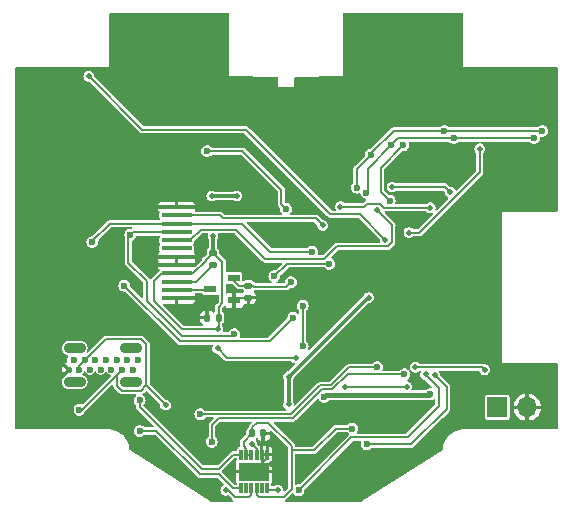
<source format=gbr>
G04 #@! TF.GenerationSoftware,KiCad,Pcbnew,7.0.8-7.0.8~ubuntu22.04.1*
G04 #@! TF.CreationDate,2023-10-27T20:54:45-04:00*
G04 #@! TF.ProjectId,osw,6f73772e-6b69-4636-9164-5f7063625858,4.0*
G04 #@! TF.SameCoordinates,Original*
G04 #@! TF.FileFunction,Copper,L2,Bot*
G04 #@! TF.FilePolarity,Positive*
%FSLAX46Y46*%
G04 Gerber Fmt 4.6, Leading zero omitted, Abs format (unit mm)*
G04 Created by KiCad (PCBNEW 7.0.8-7.0.8~ubuntu22.04.1) date 2023-10-27 20:54:45*
%MOMM*%
%LPD*%
G01*
G04 APERTURE LIST*
G04 Aperture macros list*
%AMRoundRect*
0 Rectangle with rounded corners*
0 $1 Rounding radius*
0 $2 $3 $4 $5 $6 $7 $8 $9 X,Y pos of 4 corners*
0 Add a 4 corners polygon primitive as box body*
4,1,4,$2,$3,$4,$5,$6,$7,$8,$9,$2,$3,0*
0 Add four circle primitives for the rounded corners*
1,1,$1+$1,$2,$3*
1,1,$1+$1,$4,$5*
1,1,$1+$1,$6,$7*
1,1,$1+$1,$8,$9*
0 Add four rect primitives between the rounded corners*
20,1,$1+$1,$2,$3,$4,$5,0*
20,1,$1+$1,$4,$5,$6,$7,0*
20,1,$1+$1,$6,$7,$8,$9,0*
20,1,$1+$1,$8,$9,$2,$3,0*%
G04 Aperture macros list end*
G04 #@! TA.AperFunction,ComponentPad*
%ADD10R,1.700000X1.700000*%
G04 #@! TD*
G04 #@! TA.AperFunction,ComponentPad*
%ADD11O,1.700000X1.700000*%
G04 #@! TD*
G04 #@! TA.AperFunction,ComponentPad*
%ADD12C,0.600000*%
G04 #@! TD*
G04 #@! TA.AperFunction,ComponentPad*
%ADD13O,1.900000X0.900000*%
G04 #@! TD*
G04 #@! TA.AperFunction,SMDPad,CuDef*
%ADD14RoundRect,0.135000X-0.185000X0.135000X-0.185000X-0.135000X0.185000X-0.135000X0.185000X0.135000X0*%
G04 #@! TD*
G04 #@! TA.AperFunction,SMDPad,CuDef*
%ADD15R,2.500000X0.350000*%
G04 #@! TD*
G04 #@! TA.AperFunction,SMDPad,CuDef*
%ADD16R,1.000000X0.600000*%
G04 #@! TD*
G04 #@! TA.AperFunction,SMDPad,CuDef*
%ADD17RoundRect,0.007500X-0.117500X0.412500X-0.117500X-0.412500X0.117500X-0.412500X0.117500X0.412500X0*%
G04 #@! TD*
G04 #@! TA.AperFunction,SMDPad,CuDef*
%ADD18R,2.500000X1.600000*%
G04 #@! TD*
G04 #@! TA.AperFunction,SMDPad,CuDef*
%ADD19RoundRect,0.140000X-0.140000X-0.170000X0.140000X-0.170000X0.140000X0.170000X-0.140000X0.170000X0*%
G04 #@! TD*
G04 #@! TA.AperFunction,SMDPad,CuDef*
%ADD20RoundRect,0.140000X0.140000X0.170000X-0.140000X0.170000X-0.140000X-0.170000X0.140000X-0.170000X0*%
G04 #@! TD*
G04 #@! TA.AperFunction,ViaPad*
%ADD21C,0.600000*%
G04 #@! TD*
G04 #@! TA.AperFunction,ViaPad*
%ADD22C,0.510000*%
G04 #@! TD*
G04 #@! TA.AperFunction,Conductor*
%ADD23C,0.200000*%
G04 #@! TD*
G04 #@! TA.AperFunction,Conductor*
%ADD24C,0.300000*%
G04 #@! TD*
G04 #@! TA.AperFunction,Conductor*
%ADD25C,0.400000*%
G04 #@! TD*
G04 #@! TA.AperFunction,Conductor*
%ADD26C,0.150000*%
G04 #@! TD*
G04 APERTURE END LIST*
D10*
X177860000Y-122600000D03*
D11*
X180400000Y-122600000D03*
D12*
X142050000Y-118620000D03*
X142950000Y-118620000D03*
X143850000Y-118620000D03*
X144750000Y-118620000D03*
X145650000Y-118620000D03*
X146550000Y-118620000D03*
X147450000Y-118620000D03*
X147000000Y-119400000D03*
X146100000Y-119400000D03*
X145200000Y-119400000D03*
X144300000Y-119400000D03*
X143400000Y-119400000D03*
X142500000Y-119400000D03*
X141600000Y-119400000D03*
D13*
X142100000Y-117580000D03*
X142100000Y-120440000D03*
X146900000Y-117580000D03*
X146900000Y-120440000D03*
D14*
X156800000Y-112290000D03*
X156800000Y-113310000D03*
D15*
X150725000Y-113350000D03*
X150725000Y-112650000D03*
X150725000Y-111950000D03*
X150725000Y-111250000D03*
X150725000Y-110550000D03*
X150725000Y-109850000D03*
X150725000Y-109150000D03*
X150725000Y-108450000D03*
X150725000Y-107750000D03*
X150725000Y-107050000D03*
X150725000Y-106350000D03*
X150725000Y-105650000D03*
D14*
X153800000Y-109490000D03*
X153800000Y-110510000D03*
D16*
X155587500Y-111650000D03*
X155587500Y-113550000D03*
X153587500Y-112600000D03*
D17*
X156150000Y-126600000D03*
X156600000Y-126600000D03*
X157050000Y-126600000D03*
X157500000Y-126600000D03*
X157950000Y-126600000D03*
X158400000Y-126600000D03*
X158400000Y-129470000D03*
X157950000Y-129470000D03*
X157500000Y-129470000D03*
X157050000Y-129470000D03*
X156600000Y-129470000D03*
X156150000Y-129470000D03*
D18*
X157275000Y-128035000D03*
D19*
X157120000Y-124800000D03*
X158080000Y-124800000D03*
D20*
X154280000Y-115000000D03*
X153320000Y-115000000D03*
D21*
X174200000Y-101200000D03*
D22*
X147200000Y-125500000D03*
X163300000Y-122700000D03*
X156500000Y-109500000D03*
X157600000Y-111800000D03*
X167600000Y-122700000D03*
X174600000Y-109400000D03*
D21*
X155000000Y-124200000D03*
D22*
X152400000Y-101900000D03*
X169400000Y-124000000D03*
X157000000Y-115600000D03*
X170700000Y-116200000D03*
X172900000Y-102600000D03*
X174700000Y-123600000D03*
X150900000Y-103700000D03*
X167300000Y-115700000D03*
X166800000Y-124400000D03*
X161200000Y-125300000D03*
X152600000Y-109200000D03*
X172500000Y-125200000D03*
X144600000Y-101800000D03*
D21*
X164000000Y-119400000D03*
D22*
X157200000Y-128100000D03*
X168500000Y-93300000D03*
X158700000Y-127400000D03*
X168700000Y-102900000D03*
D21*
X163200000Y-118200000D03*
X157400000Y-122400000D03*
D22*
X161600000Y-121000000D03*
X181000000Y-102600000D03*
X144000000Y-98400000D03*
X146400000Y-104800000D03*
X147200000Y-109100000D03*
X174600000Y-115600000D03*
X172700000Y-92100000D03*
X152400000Y-125500000D03*
D21*
X166200000Y-108200000D03*
D22*
X172000000Y-95800000D03*
X163500000Y-128800000D03*
X153100000Y-113500000D03*
X161200000Y-128200000D03*
X150700000Y-119500000D03*
X157200000Y-105600000D03*
X151800000Y-124000000D03*
X155600000Y-115600000D03*
X139200000Y-102600000D03*
X150900000Y-97500000D03*
X144600000Y-115600000D03*
X161300000Y-123800000D03*
X158800000Y-98000000D03*
X159600000Y-128453717D03*
X175500000Y-96700000D03*
X152900000Y-105700000D03*
X144200000Y-112100000D03*
X161900000Y-101600000D03*
X168500000Y-98400000D03*
X152200000Y-114600000D03*
X146700000Y-92700000D03*
X177100000Y-104400000D03*
X166800000Y-99700000D03*
X148100000Y-95500000D03*
X179900000Y-95700000D03*
X155700000Y-125400000D03*
X154200000Y-117600000D03*
X160800000Y-118400000D03*
X153700000Y-104700000D03*
X154200000Y-116000000D03*
X153800000Y-108116467D03*
X155800000Y-104700000D03*
D21*
X142500000Y-122800000D03*
D22*
X157089000Y-125680500D03*
X170200000Y-120850000D03*
X149800000Y-122400000D03*
X165000000Y-120904207D03*
D21*
X163212467Y-121700000D03*
X172201193Y-121488739D03*
D22*
X168965514Y-103945500D03*
X167000000Y-113300000D03*
X173900000Y-104400000D03*
X160200000Y-122354500D03*
X160200000Y-120000000D03*
D21*
X165600000Y-124400000D03*
X146300000Y-112300000D03*
X160600000Y-115000000D03*
X143600000Y-108600000D03*
X162200000Y-109437500D03*
X155600000Y-116400000D03*
X146800000Y-108000000D03*
X159000000Y-111500000D03*
X163649647Y-110449647D03*
X160400000Y-112000000D03*
D22*
X164600000Y-105600000D03*
X172200000Y-105700000D03*
D21*
X153300000Y-100900000D03*
X160000000Y-105800000D03*
D22*
X176800000Y-119400000D03*
X170950000Y-119200000D03*
D21*
X153700000Y-125500000D03*
X170000000Y-119800000D03*
D22*
X170400000Y-107800000D03*
X176400000Y-100700000D03*
X168400000Y-108400000D03*
X143300000Y-94575000D03*
D21*
X161400000Y-114000000D03*
X161400000Y-117437000D03*
X173400000Y-99200000D03*
X166000000Y-104000000D03*
X167200000Y-101200000D03*
X181700000Y-99200000D03*
X174200000Y-99800000D03*
X166801186Y-104432543D03*
X181000000Y-99800000D03*
X168900000Y-100400000D03*
X147595250Y-122004750D03*
X167700000Y-119200000D03*
X152726089Y-123173911D03*
X168756439Y-105099500D03*
X169923911Y-100399500D03*
D22*
X167700000Y-105900000D03*
X163100000Y-107200000D03*
X171800000Y-119800000D03*
X159300000Y-129600000D03*
D21*
X161044561Y-129608217D03*
X166823911Y-125723911D03*
D22*
X172600000Y-119900000D03*
X154882908Y-129617091D03*
D21*
X147600000Y-124600000D03*
D23*
X157200000Y-128100000D02*
X157200000Y-128110000D01*
X157910000Y-127400000D02*
X157275000Y-128035000D01*
X158400000Y-126910000D02*
X157210000Y-128100000D01*
X157950000Y-124930000D02*
X157950000Y-126600000D01*
X157950000Y-127360000D02*
X157275000Y-128035000D01*
X157950000Y-126600000D02*
X157950000Y-127360000D01*
X156760000Y-113350000D02*
X156800000Y-113310000D01*
X157200000Y-128110000D02*
X157275000Y-128035000D01*
X158400000Y-126600000D02*
X158400000Y-126910000D01*
X155200000Y-113350000D02*
X156760000Y-113350000D01*
X157210000Y-128100000D02*
X157200000Y-128100000D01*
X158080000Y-124800000D02*
X157950000Y-124930000D01*
X158700000Y-127400000D02*
X157910000Y-127400000D01*
X155000000Y-118400000D02*
X160800000Y-118400000D01*
X150725000Y-111250000D02*
X152150000Y-111250000D01*
X154280000Y-115920000D02*
X154280000Y-115000000D01*
X154280000Y-114120000D02*
X154600000Y-113800000D01*
X148800000Y-113600000D02*
X148800000Y-111925000D01*
X154600000Y-113800000D02*
X154600000Y-110290000D01*
D24*
X153800000Y-108116467D02*
X153800000Y-109490000D01*
D23*
X149475000Y-111250000D02*
X150725000Y-111250000D01*
X154200000Y-116000000D02*
X151200000Y-116000000D01*
X153180000Y-110110000D02*
X153800000Y-109490000D01*
X151200000Y-116000000D02*
X148800000Y-113600000D01*
X154200000Y-117600000D02*
X155000000Y-118400000D01*
X154200000Y-116000000D02*
X154280000Y-115920000D01*
X152150000Y-111250000D02*
X153180000Y-110220000D01*
X154600000Y-110290000D02*
X153800000Y-109490000D01*
X148800000Y-111925000D02*
X149475000Y-111250000D01*
X153180000Y-110220000D02*
X153180000Y-110110000D01*
D24*
X155800000Y-104700000D02*
X153700000Y-104700000D01*
D23*
X154280000Y-115000000D02*
X154280000Y-114120000D01*
X142500000Y-119400000D02*
X142500000Y-119104558D01*
X142700000Y-122800000D02*
X146100000Y-119400000D01*
X157500000Y-126600000D02*
X157500000Y-126085130D01*
X142500000Y-122800000D02*
X142700000Y-122800000D01*
X165000000Y-120904207D02*
X165054207Y-120850000D01*
X148148742Y-120747916D02*
X147706658Y-121190000D01*
X142500000Y-119104558D02*
X144774558Y-116830000D01*
X146089784Y-121190000D02*
X145650000Y-120750216D01*
X145650000Y-120750216D02*
X145650000Y-119850000D01*
X149800000Y-122400000D02*
X148148742Y-120748742D01*
X147706658Y-121190000D02*
X146089784Y-121190000D01*
X144774558Y-116830000D02*
X147710216Y-116830000D01*
X165054207Y-120850000D02*
X170200000Y-120850000D01*
X147710216Y-116830000D02*
X148148742Y-117268526D01*
X157095370Y-125680500D02*
X157089000Y-125680500D01*
X148148742Y-120748742D02*
X148148742Y-120747916D01*
X145650000Y-119850000D02*
X146100000Y-119400000D01*
X148148742Y-117268526D02*
X148148742Y-120747916D01*
X157500000Y-126085130D02*
X157095370Y-125680500D01*
D25*
X163353760Y-121558707D02*
X163212467Y-121700000D01*
X172131225Y-121558707D02*
X163353760Y-121558707D01*
X172201193Y-121488739D02*
X172131225Y-121558707D01*
D24*
X160200000Y-122354500D02*
X160200000Y-120000000D01*
X167000000Y-113300000D02*
X166900000Y-113300000D01*
X166900000Y-113300000D02*
X160200000Y-120000000D01*
D23*
X173445500Y-103945500D02*
X173900000Y-104400000D01*
X168965514Y-103945500D02*
X173445500Y-103945500D01*
X156600000Y-126085130D02*
X156400000Y-125885130D01*
X157500000Y-129470000D02*
X157500000Y-129984870D01*
X162370000Y-126230000D02*
X160455000Y-126230000D01*
X156600000Y-126600000D02*
X156600000Y-126085130D01*
D26*
X157050000Y-126600000D02*
X156600000Y-126600000D01*
D23*
X159764500Y-130190000D02*
X159800000Y-130154500D01*
X158500000Y-123900000D02*
X157500000Y-123900000D01*
X157705130Y-130190000D02*
X159764500Y-130190000D01*
X157500000Y-129984870D02*
X157705130Y-130190000D01*
X157120000Y-124280000D02*
X157120000Y-124800000D01*
X164200000Y-124400000D02*
X162370000Y-126230000D01*
X159800000Y-130154500D02*
X160455000Y-129499500D01*
X157500000Y-123900000D02*
X157120000Y-124280000D01*
X160455000Y-129499500D02*
X160455000Y-126230000D01*
X160455000Y-126230000D02*
X160455000Y-125855000D01*
X165600000Y-124400000D02*
X164200000Y-124400000D01*
X160455000Y-125855000D02*
X158500000Y-123900000D01*
X156400000Y-125520000D02*
X157120000Y-124800000D01*
X156400000Y-125885130D02*
X156400000Y-125520000D01*
X146300000Y-112300000D02*
X151000000Y-117000000D01*
X151000000Y-117000000D02*
X158600000Y-117000000D01*
X158600000Y-117000000D02*
X160600000Y-115000000D01*
X143600000Y-108551471D02*
X145101471Y-107050000D01*
X143600000Y-108600000D02*
X143600000Y-108551471D01*
X158637500Y-109437500D02*
X156250000Y-107050000D01*
X162200000Y-109437500D02*
X158637500Y-109437500D01*
X156250000Y-107050000D02*
X150725000Y-107050000D01*
X145101471Y-107050000D02*
X150725000Y-107050000D01*
X146645000Y-108155000D02*
X146800000Y-108000000D01*
X148200000Y-111900000D02*
X146645000Y-110345000D01*
X148200000Y-113600000D02*
X148200000Y-111900000D01*
X151155000Y-116555000D02*
X148200000Y-113600000D01*
X147050000Y-107750000D02*
X150725000Y-107750000D01*
X146645000Y-110345000D02*
X146645000Y-108155000D01*
X155445000Y-116555000D02*
X151155000Y-116555000D01*
X155600000Y-116400000D02*
X155445000Y-116555000D01*
X146800000Y-108000000D02*
X147050000Y-107750000D01*
X159000000Y-111500000D02*
X160063000Y-110437000D01*
X160063000Y-110437000D02*
X163380156Y-110437000D01*
X163392803Y-110449647D02*
X163649647Y-110449647D01*
X163380156Y-110437000D02*
X163392803Y-110449647D01*
X157190000Y-112290000D02*
X156040000Y-112290000D01*
X160000000Y-112400000D02*
X157300000Y-112400000D01*
X160400000Y-112000000D02*
X160000000Y-112400000D01*
X157300000Y-112400000D02*
X157190000Y-112290000D01*
X156040000Y-112290000D02*
X155200000Y-111450000D01*
X150725000Y-112650000D02*
X153537500Y-112650000D01*
X153537500Y-112650000D02*
X153587500Y-112600000D01*
X166862556Y-105345000D02*
X167929889Y-105345000D01*
X168284889Y-105700000D02*
X172200000Y-105700000D01*
X164600000Y-105600000D02*
X166607556Y-105600000D01*
X167929889Y-105345000D02*
X168284889Y-105700000D01*
X166607556Y-105600000D02*
X166862556Y-105345000D01*
X159600000Y-104200000D02*
X159600000Y-105400000D01*
X156300000Y-100900000D02*
X159600000Y-104200000D01*
X159600000Y-105400000D02*
X160000000Y-105800000D01*
X153300000Y-100900000D02*
X156300000Y-100900000D01*
X176600000Y-119200000D02*
X176800000Y-119400000D01*
X170950000Y-119200000D02*
X176600000Y-119200000D01*
D26*
X163015587Y-121083707D02*
X160575383Y-123523911D01*
X170000000Y-119800000D02*
X165200000Y-119800000D01*
X163916293Y-121083707D02*
X163015587Y-121083707D01*
X160575383Y-123523911D02*
X154276089Y-123523911D01*
X165200000Y-119800000D02*
X163916293Y-121083707D01*
X154276089Y-123523911D02*
X153700000Y-124100000D01*
X153700000Y-124100000D02*
X153700000Y-125500000D01*
D23*
X170400000Y-107800000D02*
X171284889Y-107800000D01*
X176400000Y-102684889D02*
X176400000Y-100700000D01*
X171284889Y-107800000D02*
X176400000Y-102684889D01*
X147825000Y-99100000D02*
X143300000Y-94575000D01*
X156600000Y-99100000D02*
X147825000Y-99100000D01*
X163750000Y-106250000D02*
X156600000Y-99100000D01*
X166250000Y-106250000D02*
X163750000Y-106250000D01*
X168400000Y-108400000D02*
X166250000Y-106250000D01*
X161400000Y-117437000D02*
X161400000Y-114000000D01*
X167200000Y-101100000D02*
X169100000Y-99200000D01*
X166000000Y-102400000D02*
X166000000Y-104000000D01*
X173400000Y-99200000D02*
X181700000Y-99200000D01*
X169100000Y-99200000D02*
X173400000Y-99200000D01*
X167200000Y-101200000D02*
X166000000Y-102400000D01*
X167200000Y-101200000D02*
X167200000Y-101100000D01*
X168900000Y-100400000D02*
X169500000Y-99800000D01*
X169500000Y-99800000D02*
X174200000Y-99800000D01*
X166900000Y-102400000D02*
X166900000Y-104333729D01*
X166900000Y-104333729D02*
X166801186Y-104432543D01*
X174200000Y-99800000D02*
X181000000Y-99800000D01*
X168900000Y-100400000D02*
X166900000Y-102400000D01*
X153800000Y-110510000D02*
X152360000Y-111950000D01*
X152360000Y-111950000D02*
X150725000Y-111950000D01*
X147595250Y-122554134D02*
X152851116Y-127810000D01*
X147595250Y-122004750D02*
X147595250Y-122554134D01*
X155519999Y-126600000D02*
X156150000Y-126600000D01*
X152851116Y-127810000D02*
X154309999Y-127810000D01*
X154309999Y-127810000D02*
X155519999Y-126600000D01*
D26*
X165305026Y-119200000D02*
X163771319Y-120733707D01*
X163771319Y-120733707D02*
X162870613Y-120733707D01*
X167700000Y-119200000D02*
X165305026Y-119200000D01*
X160430409Y-123173911D02*
X152726089Y-123173911D01*
X162870613Y-120733707D02*
X160430409Y-123173911D01*
D23*
X168000000Y-104343061D02*
X168000000Y-102323411D01*
X168756439Y-105099500D02*
X168000000Y-104343061D01*
X168000000Y-102323411D02*
X169923911Y-100399500D01*
X155761467Y-107561467D02*
X152762797Y-107561467D01*
X163214471Y-110037000D02*
X158237000Y-110037000D01*
X167700000Y-105900000D02*
X168955000Y-107155000D01*
X164296471Y-108955000D02*
X163214471Y-110037000D01*
X152762797Y-107561467D02*
X151874264Y-108450000D01*
X168955000Y-108629889D02*
X168629889Y-108955000D01*
X168629889Y-108955000D02*
X164296471Y-108955000D01*
X168955000Y-107155000D02*
X168955000Y-108629889D01*
X158237000Y-110037000D02*
X155761467Y-107561467D01*
X151874264Y-108450000D02*
X150725000Y-108450000D01*
X154616261Y-106600000D02*
X154366261Y-106350000D01*
X162500000Y-106600000D02*
X154616261Y-106600000D01*
X154366261Y-106350000D02*
X150725000Y-106350000D01*
X163100000Y-107200000D02*
X162500000Y-106600000D01*
X159300000Y-129600000D02*
X158530000Y-129600000D01*
X172900000Y-122500000D02*
X170276089Y-125123911D01*
X172900000Y-120984889D02*
X172900000Y-122500000D01*
X170276089Y-125123911D02*
X165528867Y-125123911D01*
X171800000Y-119800000D02*
X171800000Y-119884889D01*
X165528867Y-125123911D02*
X161044561Y-129608217D01*
X158530000Y-129600000D02*
X158400000Y-129470000D01*
X171800000Y-119884889D02*
X172900000Y-120984889D01*
X154992156Y-129507843D02*
X155674313Y-130190000D01*
X173600000Y-120900000D02*
X173600000Y-122700000D01*
X157050000Y-129984870D02*
X157050000Y-129470000D01*
X156844870Y-130190000D02*
X157050000Y-129984870D01*
X170576089Y-125723911D02*
X166823911Y-125723911D01*
X154882908Y-129617091D02*
X154992156Y-129507843D01*
X155674313Y-130190000D02*
X156844870Y-130190000D01*
X173600000Y-122700000D02*
X170576089Y-125723911D01*
X172600000Y-119900000D02*
X173600000Y-120900000D01*
X149004719Y-124600000D02*
X152664719Y-128260000D01*
X152664719Y-128260000D02*
X154309999Y-128260000D01*
X147600000Y-124600000D02*
X149004719Y-124600000D01*
X154309999Y-128260000D02*
X155519999Y-129470000D01*
X155519999Y-129470000D02*
X156150000Y-129470000D01*
G04 #@! TA.AperFunction,Conductor*
G36*
X155173566Y-89242813D02*
G01*
X155198876Y-89286650D01*
X155200000Y-89299500D01*
X155200000Y-89500000D01*
X155200000Y-94550000D01*
X159226903Y-94599108D01*
X159274254Y-94616999D01*
X159299027Y-94661142D01*
X159300000Y-94673102D01*
X159300000Y-95500000D01*
X160700000Y-95500000D01*
X160700000Y-94673102D01*
X160717313Y-94625536D01*
X160761150Y-94600226D01*
X160773091Y-94599108D01*
X164800000Y-94550000D01*
X164800000Y-89500000D01*
X164800000Y-89299500D01*
X164817313Y-89251934D01*
X164861150Y-89226624D01*
X164874000Y-89225500D01*
X174900500Y-89225500D01*
X174948066Y-89242813D01*
X174973376Y-89286650D01*
X174974500Y-89299500D01*
X174974500Y-93780208D01*
X174972398Y-93790776D01*
X174972399Y-93799999D01*
X174974501Y-93805074D01*
X174980483Y-93819517D01*
X174999999Y-93827601D01*
X175000000Y-93827601D01*
X175009230Y-93827601D01*
X175019793Y-93825500D01*
X182900500Y-93825500D01*
X182948066Y-93842813D01*
X182973376Y-93886650D01*
X182974500Y-93899500D01*
X182974500Y-105963500D01*
X182957187Y-106011066D01*
X182913350Y-106036376D01*
X182900500Y-106037500D01*
X178250000Y-106037500D01*
X178250000Y-118837500D01*
X182900500Y-118837500D01*
X182948066Y-118854813D01*
X182973376Y-118898650D01*
X182974500Y-118911500D01*
X182974500Y-124400500D01*
X182957187Y-124448066D01*
X182913350Y-124473376D01*
X182900500Y-124474500D01*
X175030654Y-124474500D01*
X175030649Y-124474498D01*
X175000000Y-124474498D01*
X174876590Y-124474498D01*
X174876585Y-124474498D01*
X174632286Y-124509623D01*
X174632284Y-124509623D01*
X174632281Y-124509624D01*
X174459765Y-124560279D01*
X174395455Y-124579162D01*
X174170944Y-124681693D01*
X174170936Y-124681697D01*
X173963306Y-124815133D01*
X173776772Y-124976765D01*
X173615131Y-125163309D01*
X173481698Y-125370935D01*
X173481696Y-125370939D01*
X173481695Y-125370942D01*
X173453945Y-125431706D01*
X173379161Y-125595458D01*
X173379159Y-125595463D01*
X173309625Y-125832272D01*
X173309623Y-125832284D01*
X173274498Y-126076584D01*
X173274498Y-126145438D01*
X173257185Y-126193004D01*
X173240285Y-126207832D01*
X166410762Y-130562894D01*
X166370975Y-130574500D01*
X159983109Y-130574500D01*
X159935543Y-130557187D01*
X159910233Y-130513350D01*
X159919023Y-130463500D01*
X159933363Y-130448010D01*
X159932412Y-130447060D01*
X159937265Y-130442206D01*
X159946263Y-130433206D01*
X159959635Y-130422615D01*
X159970452Y-130415919D01*
X159990186Y-130389786D01*
X159993543Y-130385928D01*
X160032175Y-130347297D01*
X160032176Y-130347294D01*
X160036386Y-130343085D01*
X160036392Y-130343078D01*
X160506794Y-129872675D01*
X160552669Y-129851284D01*
X160601564Y-129864385D01*
X160614923Y-129878280D01*
X160615719Y-129877591D01*
X160713429Y-129990356D01*
X160713430Y-129990357D01*
X160713433Y-129990360D01*
X160834508Y-130068170D01*
X160940964Y-130099428D01*
X160972596Y-130108716D01*
X160972598Y-130108717D01*
X160972600Y-130108717D01*
X161116524Y-130108717D01*
X161116525Y-130108716D01*
X161254614Y-130068170D01*
X161375689Y-129990360D01*
X161469938Y-129881590D01*
X161529726Y-129750674D01*
X161550208Y-129608217D01*
X161545337Y-129574344D01*
X161555703Y-129524802D01*
X161566254Y-129511493D01*
X165631664Y-125446085D01*
X165677540Y-125424693D01*
X165683990Y-125424411D01*
X166295319Y-125424411D01*
X166342885Y-125441724D01*
X166368195Y-125485561D01*
X166362632Y-125529152D01*
X166338745Y-125581456D01*
X166318264Y-125723911D01*
X166338745Y-125866365D01*
X166338745Y-125866366D01*
X166338746Y-125866368D01*
X166367449Y-125929218D01*
X166398534Y-125997284D01*
X166492779Y-126106050D01*
X166492780Y-126106051D01*
X166492783Y-126106054D01*
X166613858Y-126183864D01*
X166719207Y-126214797D01*
X166751946Y-126224410D01*
X166751948Y-126224411D01*
X166751950Y-126224411D01*
X166895874Y-126224411D01*
X166895875Y-126224410D01*
X166899829Y-126223249D01*
X167033964Y-126183864D01*
X167155039Y-126106054D01*
X167203652Y-126049952D01*
X167247886Y-126025341D01*
X167259578Y-126024411D01*
X170515002Y-126024411D01*
X170526978Y-126026364D01*
X170527066Y-126025737D01*
X170533854Y-126026684D01*
X170582192Y-126024449D01*
X170583877Y-126024411D01*
X170603931Y-126024411D01*
X170603933Y-126024411D01*
X170608276Y-126023598D01*
X170613355Y-126023008D01*
X170646081Y-126021496D01*
X170657728Y-126016352D01*
X170674016Y-126011309D01*
X170686522Y-126008972D01*
X170714370Y-125991729D01*
X170718883Y-125989349D01*
X170748854Y-125976117D01*
X170757850Y-125967119D01*
X170771227Y-125956525D01*
X170773494Y-125955122D01*
X170782041Y-125949830D01*
X170801776Y-125923694D01*
X170805140Y-125919830D01*
X172276904Y-124448066D01*
X173255223Y-123469746D01*
X176809500Y-123469746D01*
X176821133Y-123528232D01*
X176842635Y-123560411D01*
X176865448Y-123594552D01*
X176909560Y-123624027D01*
X176931767Y-123638866D01*
X176931768Y-123638866D01*
X176931769Y-123638867D01*
X176990252Y-123650500D01*
X176990254Y-123650500D01*
X178729746Y-123650500D01*
X178729748Y-123650500D01*
X178788231Y-123638867D01*
X178854552Y-123594552D01*
X178898867Y-123528231D01*
X178910500Y-123469748D01*
X178910500Y-122750001D01*
X179258972Y-122750001D01*
X179264736Y-122812204D01*
X179264738Y-122812218D01*
X179323061Y-123017202D01*
X179323064Y-123017212D01*
X179418059Y-123207988D01*
X179418063Y-123207994D01*
X179546501Y-123378071D01*
X179704003Y-123521653D01*
X179885200Y-123633844D01*
X179885210Y-123633849D01*
X180083935Y-123710836D01*
X180249999Y-123741879D01*
X180250000Y-123741879D01*
X180250000Y-123081170D01*
X180257685Y-123084680D01*
X180364237Y-123100000D01*
X180435763Y-123100000D01*
X180542315Y-123084680D01*
X180550000Y-123081170D01*
X180550000Y-123741879D01*
X180716064Y-123710836D01*
X180914789Y-123633849D01*
X180914799Y-123633844D01*
X181095996Y-123521653D01*
X181253498Y-123378071D01*
X181381936Y-123207994D01*
X181381940Y-123207988D01*
X181476935Y-123017212D01*
X181476938Y-123017202D01*
X181535261Y-122812218D01*
X181535263Y-122812204D01*
X181541027Y-122750001D01*
X181541026Y-122750000D01*
X180877065Y-122750000D01*
X180900000Y-122671889D01*
X180900000Y-122528111D01*
X180877065Y-122450000D01*
X181541026Y-122450000D01*
X181541027Y-122449998D01*
X181535263Y-122387795D01*
X181535261Y-122387781D01*
X181476938Y-122182797D01*
X181476935Y-122182787D01*
X181381940Y-121992011D01*
X181381936Y-121992005D01*
X181253498Y-121821928D01*
X181095996Y-121678346D01*
X180914799Y-121566155D01*
X180914789Y-121566150D01*
X180716063Y-121489162D01*
X180550000Y-121458119D01*
X180550000Y-122118829D01*
X180542315Y-122115320D01*
X180435763Y-122100000D01*
X180364237Y-122100000D01*
X180257685Y-122115320D01*
X180250000Y-122118829D01*
X180250000Y-121458119D01*
X180249999Y-121458119D01*
X180083936Y-121489162D01*
X179885210Y-121566150D01*
X179885200Y-121566155D01*
X179704003Y-121678346D01*
X179546501Y-121821928D01*
X179418063Y-121992005D01*
X179418059Y-121992011D01*
X179323064Y-122182787D01*
X179323061Y-122182797D01*
X179264738Y-122387781D01*
X179264736Y-122387795D01*
X179258972Y-122449998D01*
X179258974Y-122450000D01*
X179922935Y-122450000D01*
X179900000Y-122528111D01*
X179900000Y-122671889D01*
X179922935Y-122750000D01*
X179258974Y-122750000D01*
X179258972Y-122750001D01*
X178910500Y-122750001D01*
X178910500Y-121730252D01*
X178898867Y-121671769D01*
X178854552Y-121605448D01*
X178832343Y-121590608D01*
X178788232Y-121561133D01*
X178788233Y-121561133D01*
X178758989Y-121555316D01*
X178729748Y-121549500D01*
X176990252Y-121549500D01*
X176961010Y-121555316D01*
X176931767Y-121561133D01*
X176865449Y-121605447D01*
X176865447Y-121605449D01*
X176821133Y-121671767D01*
X176809500Y-121730253D01*
X176809500Y-123469746D01*
X173255223Y-123469746D01*
X173769288Y-122955681D01*
X173779136Y-122948599D01*
X173778753Y-122948092D01*
X173784221Y-122943961D01*
X173784228Y-122943958D01*
X173816837Y-122908186D01*
X173817995Y-122906975D01*
X173824433Y-122900537D01*
X173832174Y-122892797D01*
X173834673Y-122889147D01*
X173837848Y-122885138D01*
X173859916Y-122860933D01*
X173864513Y-122849064D01*
X173872468Y-122833974D01*
X173879657Y-122823481D01*
X173884606Y-122802439D01*
X173887154Y-122791607D01*
X173888671Y-122786705D01*
X173890739Y-122781367D01*
X173900500Y-122756173D01*
X173900500Y-122743446D01*
X173902466Y-122726503D01*
X173905379Y-122714119D01*
X173900854Y-122681683D01*
X173900500Y-122676573D01*
X173900500Y-120961093D01*
X173902454Y-120949116D01*
X173901827Y-120949029D01*
X173902774Y-120942238D01*
X173901884Y-120922982D01*
X173900538Y-120893887D01*
X173900500Y-120892199D01*
X173900500Y-120872155D01*
X173900499Y-120872153D01*
X173899689Y-120867819D01*
X173899097Y-120862717D01*
X173897585Y-120830009D01*
X173892444Y-120818366D01*
X173887398Y-120802071D01*
X173885061Y-120789568D01*
X173885060Y-120789566D01*
X173880624Y-120782402D01*
X173867824Y-120761728D01*
X173865434Y-120757196D01*
X173852206Y-120727235D01*
X173843207Y-120718236D01*
X173832615Y-120704863D01*
X173825920Y-120694049D01*
X173825919Y-120694048D01*
X173799784Y-120674312D01*
X173795920Y-120670949D01*
X173081858Y-119956887D01*
X173060466Y-119911011D01*
X173060184Y-119904561D01*
X173060184Y-119900001D01*
X173053786Y-119855500D01*
X173041543Y-119770351D01*
X172987131Y-119651206D01*
X172962655Y-119622959D01*
X172944590Y-119575674D01*
X172961146Y-119527839D01*
X173004577Y-119501837D01*
X173018581Y-119500500D01*
X176297588Y-119500500D01*
X176345154Y-119517813D01*
X176364900Y-119543758D01*
X176406633Y-119635139D01*
X176412869Y-119648794D01*
X176498640Y-119747780D01*
X176498643Y-119747783D01*
X176498644Y-119747784D01*
X176507859Y-119753706D01*
X176608831Y-119818597D01*
X176608833Y-119818598D01*
X176734507Y-119855500D01*
X176734509Y-119855500D01*
X176865492Y-119855500D01*
X176928329Y-119837049D01*
X176991167Y-119818598D01*
X177101356Y-119747784D01*
X177187131Y-119648794D01*
X177241543Y-119529649D01*
X177260184Y-119400000D01*
X177241543Y-119270351D01*
X177187131Y-119151206D01*
X177101356Y-119052216D01*
X177095395Y-119048385D01*
X176991168Y-118981402D01*
X176991166Y-118981401D01*
X176865493Y-118944500D01*
X176865491Y-118944500D01*
X176786164Y-118944500D01*
X176759429Y-118939501D01*
X176749060Y-118935484D01*
X176733981Y-118927536D01*
X176723480Y-118920343D01*
X176691612Y-118912848D01*
X176686713Y-118911331D01*
X176656174Y-118899500D01*
X176656173Y-118899500D01*
X176643447Y-118899500D01*
X176626504Y-118897534D01*
X176614119Y-118894621D01*
X176614117Y-118894621D01*
X176603641Y-118896082D01*
X176581684Y-118899145D01*
X176576574Y-118899500D01*
X171326122Y-118899500D01*
X171278556Y-118882187D01*
X171270196Y-118873959D01*
X171255857Y-118857411D01*
X171251356Y-118852216D01*
X171242163Y-118846308D01*
X171141168Y-118781402D01*
X171141166Y-118781401D01*
X171015493Y-118744500D01*
X171015491Y-118744500D01*
X170884509Y-118744500D01*
X170884507Y-118744500D01*
X170758833Y-118781401D01*
X170758831Y-118781402D01*
X170648643Y-118852216D01*
X170648640Y-118852219D01*
X170562869Y-118951205D01*
X170508456Y-119070353D01*
X170489816Y-119200000D01*
X170508456Y-119329646D01*
X170508456Y-119329647D01*
X170508457Y-119329649D01*
X170548741Y-119417858D01*
X170562869Y-119448794D01*
X170648640Y-119547780D01*
X170648643Y-119547783D01*
X170648644Y-119547784D01*
X170662409Y-119556630D01*
X170758831Y-119618597D01*
X170758833Y-119618598D01*
X170884507Y-119655500D01*
X170884509Y-119655500D01*
X171015492Y-119655500D01*
X171078329Y-119637049D01*
X171141167Y-119618598D01*
X171251356Y-119547784D01*
X171259110Y-119538834D01*
X171303340Y-119514223D01*
X171353045Y-119523800D01*
X171384965Y-119563087D01*
X171384164Y-119613699D01*
X171382349Y-119618033D01*
X171358456Y-119670351D01*
X171339816Y-119800000D01*
X171358456Y-119929646D01*
X171358456Y-119929647D01*
X171358457Y-119929649D01*
X171401565Y-120024042D01*
X171412869Y-120048794D01*
X171498640Y-120147780D01*
X171498643Y-120147783D01*
X171498644Y-120147784D01*
X171608833Y-120218598D01*
X171711664Y-120248792D01*
X171732145Y-120254806D01*
X171763622Y-120273482D01*
X172358675Y-120868535D01*
X172380067Y-120914411D01*
X172366966Y-120963306D01*
X172325502Y-120992340D01*
X172285502Y-120991864D01*
X172273155Y-120988239D01*
X172273154Y-120988239D01*
X172129232Y-120988239D01*
X172129229Y-120988239D01*
X171991142Y-121028785D01*
X171991138Y-121028786D01*
X171870068Y-121106594D01*
X171870060Y-121106600D01*
X171847474Y-121132667D01*
X171803241Y-121157278D01*
X171791549Y-121158207D01*
X170675144Y-121158207D01*
X170627578Y-121140894D01*
X170602268Y-121097057D01*
X170607830Y-121053468D01*
X170641543Y-120979649D01*
X170660184Y-120850000D01*
X170641543Y-120720351D01*
X170587131Y-120601206D01*
X170549765Y-120558083D01*
X170501359Y-120502219D01*
X170501356Y-120502216D01*
X170391168Y-120431402D01*
X170391166Y-120431401D01*
X170265493Y-120394500D01*
X170265491Y-120394500D01*
X170252714Y-120394500D01*
X170205148Y-120377187D01*
X170179838Y-120333350D01*
X170188628Y-120283500D01*
X170212706Y-120258247D01*
X170331128Y-120182143D01*
X170425377Y-120073373D01*
X170485165Y-119942457D01*
X170505647Y-119800000D01*
X170485165Y-119657543D01*
X170425377Y-119526627D01*
X170370548Y-119463350D01*
X170331131Y-119417860D01*
X170331129Y-119417859D01*
X170331128Y-119417857D01*
X170232311Y-119354351D01*
X170210054Y-119340047D01*
X170210050Y-119340046D01*
X170071964Y-119299500D01*
X170071961Y-119299500D01*
X169928039Y-119299500D01*
X169928036Y-119299500D01*
X169789949Y-119340046D01*
X169789945Y-119340047D01*
X169696658Y-119400000D01*
X169668872Y-119417857D01*
X169598595Y-119498960D01*
X169554363Y-119523570D01*
X169542671Y-119524500D01*
X168217174Y-119524500D01*
X168169608Y-119507187D01*
X168144298Y-119463350D01*
X168149862Y-119419759D01*
X168185165Y-119342457D01*
X168205647Y-119200000D01*
X168185165Y-119057543D01*
X168125377Y-118926627D01*
X168068165Y-118860600D01*
X168031131Y-118817860D01*
X168031129Y-118817859D01*
X168031128Y-118817857D01*
X167974182Y-118781260D01*
X167910054Y-118740047D01*
X167910050Y-118740046D01*
X167771964Y-118699500D01*
X167771961Y-118699500D01*
X167628039Y-118699500D01*
X167628036Y-118699500D01*
X167489949Y-118740046D01*
X167489945Y-118740047D01*
X167399944Y-118797888D01*
X167368872Y-118817857D01*
X167298595Y-118898960D01*
X167254363Y-118923570D01*
X167242671Y-118924500D01*
X165339446Y-118924500D01*
X165325009Y-118923078D01*
X165305026Y-118919103D01*
X165197530Y-118940485D01*
X165131331Y-118984718D01*
X165106402Y-119001375D01*
X165106400Y-119001377D01*
X165095079Y-119018319D01*
X165085879Y-119029529D01*
X163678877Y-120436533D01*
X163633001Y-120457925D01*
X163626551Y-120458207D01*
X162905034Y-120458207D01*
X162890598Y-120456785D01*
X162870614Y-120452810D01*
X162870612Y-120452810D01*
X162763119Y-120474190D01*
X162696920Y-120518422D01*
X162696918Y-120518425D01*
X162671989Y-120535082D01*
X162671987Y-120535084D01*
X162660666Y-120552026D01*
X162651466Y-120563236D01*
X160783810Y-122430893D01*
X160737934Y-122452285D01*
X160689039Y-122439184D01*
X160660005Y-122397720D01*
X160658238Y-122368033D01*
X160660184Y-122354501D01*
X160660184Y-122354500D01*
X160641543Y-122224853D01*
X160641543Y-122224851D01*
X160587131Y-122105706D01*
X160568573Y-122084289D01*
X160550509Y-122037004D01*
X160550500Y-122035830D01*
X160550500Y-120318668D01*
X160567813Y-120271102D01*
X160568499Y-120270295D01*
X160587131Y-120248794D01*
X160641543Y-120129649D01*
X160650717Y-120065836D01*
X160671636Y-120024044D01*
X166918507Y-113777174D01*
X166964383Y-113755782D01*
X166970833Y-113755500D01*
X167065492Y-113755500D01*
X167128329Y-113737049D01*
X167191167Y-113718598D01*
X167301356Y-113647784D01*
X167387131Y-113548794D01*
X167441543Y-113429649D01*
X167460184Y-113300000D01*
X167441543Y-113170351D01*
X167387131Y-113051206D01*
X167316378Y-112969552D01*
X167301359Y-112952219D01*
X167301356Y-112952216D01*
X167191168Y-112881402D01*
X167191166Y-112881401D01*
X167065493Y-112844500D01*
X167065491Y-112844500D01*
X166934509Y-112844500D01*
X166934507Y-112844500D01*
X166808833Y-112881401D01*
X166808831Y-112881402D01*
X166698643Y-112952216D01*
X166698640Y-112952219D01*
X166612868Y-113051206D01*
X166584588Y-113113130D01*
X166569602Y-113134714D01*
X161973711Y-117730605D01*
X161927835Y-117751997D01*
X161878940Y-117738896D01*
X161849906Y-117697432D01*
X161854073Y-117647538D01*
X161861724Y-117630786D01*
X161885165Y-117579457D01*
X161905647Y-117437000D01*
X161885165Y-117294543D01*
X161825377Y-117163627D01*
X161792531Y-117125720D01*
X161731131Y-117054860D01*
X161727128Y-117051392D01*
X161728763Y-117049504D01*
X161703826Y-117016702D01*
X161700500Y-116994766D01*
X161700500Y-114442233D01*
X161717813Y-114394667D01*
X161727553Y-114386093D01*
X161727131Y-114385606D01*
X161731131Y-114382140D01*
X161823861Y-114275122D01*
X161825377Y-114273373D01*
X161885165Y-114142457D01*
X161905647Y-114000000D01*
X161885165Y-113857543D01*
X161825377Y-113726627D01*
X161731128Y-113617857D01*
X161623664Y-113548794D01*
X161610054Y-113540047D01*
X161610050Y-113540046D01*
X161471964Y-113499500D01*
X161471961Y-113499500D01*
X161328039Y-113499500D01*
X161328036Y-113499500D01*
X161189949Y-113540046D01*
X161189945Y-113540047D01*
X161068875Y-113617855D01*
X161068868Y-113617860D01*
X160974623Y-113726626D01*
X160914834Y-113857545D01*
X160894353Y-114000000D01*
X160914834Y-114142454D01*
X160914834Y-114142455D01*
X160914835Y-114142457D01*
X160951525Y-114222796D01*
X160974623Y-114273373D01*
X161068868Y-114382140D01*
X161072869Y-114385606D01*
X161071225Y-114387503D01*
X161096155Y-114420235D01*
X161099500Y-114442233D01*
X161099500Y-114613767D01*
X161082187Y-114661333D01*
X161038350Y-114686643D01*
X160988500Y-114677853D01*
X160969575Y-114662227D01*
X160931132Y-114617861D01*
X160931130Y-114617859D01*
X160931128Y-114617857D01*
X160867601Y-114577031D01*
X160810054Y-114540047D01*
X160810050Y-114540046D01*
X160671964Y-114499500D01*
X160671961Y-114499500D01*
X160528039Y-114499500D01*
X160528036Y-114499500D01*
X160389949Y-114540046D01*
X160389945Y-114540047D01*
X160268875Y-114617855D01*
X160268868Y-114617860D01*
X160174623Y-114726626D01*
X160114834Y-114857545D01*
X160094353Y-115000000D01*
X160099222Y-115033870D01*
X160088854Y-115083416D01*
X160078301Y-115096726D01*
X158497203Y-116677826D01*
X158451327Y-116699218D01*
X158444877Y-116699500D01*
X156128592Y-116699500D01*
X156081026Y-116682187D01*
X156055716Y-116638350D01*
X156061279Y-116594759D01*
X156061682Y-116593877D01*
X156085165Y-116542457D01*
X156105647Y-116400000D01*
X156085165Y-116257543D01*
X156025377Y-116126627D01*
X155931128Y-116017857D01*
X155874182Y-115981260D01*
X155810054Y-115940047D01*
X155810050Y-115940046D01*
X155671964Y-115899500D01*
X155671961Y-115899500D01*
X155528039Y-115899500D01*
X155528036Y-115899500D01*
X155389949Y-115940046D01*
X155389945Y-115940047D01*
X155268875Y-116017855D01*
X155268868Y-116017860D01*
X155174623Y-116126626D01*
X155135981Y-116211241D01*
X155100472Y-116247317D01*
X155068668Y-116254500D01*
X154699672Y-116254500D01*
X154652106Y-116237187D01*
X154626796Y-116193350D01*
X154632359Y-116149760D01*
X154641543Y-116129648D01*
X154660184Y-116000000D01*
X154641543Y-115870351D01*
X154587186Y-115751328D01*
X154580500Y-115720588D01*
X154580500Y-115518000D01*
X154597813Y-115470434D01*
X154613853Y-115458134D01*
X154613014Y-115456936D01*
X154618311Y-115453225D01*
X154618316Y-115453224D01*
X154703224Y-115368316D01*
X154753972Y-115259487D01*
X154760500Y-115209901D01*
X154760499Y-114790100D01*
X154753972Y-114740513D01*
X154703224Y-114631684D01*
X154618316Y-114546776D01*
X154613013Y-114543063D01*
X154614742Y-114540593D01*
X154587413Y-114513229D01*
X154580500Y-114481998D01*
X154580500Y-114275122D01*
X154597813Y-114227556D01*
X154602164Y-114222806D01*
X154766777Y-114058192D01*
X154812652Y-114036801D01*
X154861546Y-114049902D01*
X154871428Y-114058193D01*
X154915021Y-114101786D01*
X155017624Y-114147089D01*
X155017623Y-114147089D01*
X155042710Y-114149999D01*
X155437500Y-114149999D01*
X155437500Y-112950000D01*
X155042707Y-112950000D01*
X155017631Y-112952908D01*
X155017625Y-112952910D01*
X155004388Y-112958755D01*
X154953882Y-112962129D01*
X154913023Y-112932248D01*
X154900500Y-112891059D01*
X154900500Y-112204562D01*
X154917813Y-112156996D01*
X154961650Y-112131686D01*
X155002819Y-112136195D01*
X155009265Y-112138864D01*
X155009269Y-112138867D01*
X155067752Y-112150500D01*
X155444877Y-112150500D01*
X155492443Y-112167813D01*
X155497203Y-112172174D01*
X155784318Y-112459289D01*
X155791404Y-112469137D01*
X155791910Y-112468756D01*
X155796041Y-112474227D01*
X155796042Y-112474228D01*
X155823972Y-112499690D01*
X155831785Y-112506812D01*
X155833022Y-112507993D01*
X155847203Y-112522174D01*
X155850856Y-112524676D01*
X155854858Y-112527847D01*
X155867990Y-112539818D01*
X155879065Y-112549915D01*
X155879066Y-112549915D01*
X155879067Y-112549916D01*
X155890934Y-112554513D01*
X155906021Y-112562465D01*
X155916519Y-112569656D01*
X155948387Y-112577151D01*
X155953289Y-112578669D01*
X155983826Y-112590500D01*
X155983827Y-112590500D01*
X155996553Y-112590500D01*
X156013496Y-112592466D01*
X156025881Y-112595379D01*
X156058315Y-112590854D01*
X156063426Y-112590500D01*
X156276474Y-112590500D01*
X156324040Y-112607813D01*
X156331660Y-112616129D01*
X156401660Y-112686129D01*
X156423052Y-112732005D01*
X156409951Y-112780900D01*
X156393278Y-112797994D01*
X156303936Y-112863933D01*
X156303934Y-112863935D01*
X156253587Y-112932152D01*
X156211411Y-112960143D01*
X156164161Y-112955906D01*
X156157375Y-112952910D01*
X156157376Y-112952910D01*
X156132289Y-112950000D01*
X155737500Y-112950000D01*
X155737500Y-114149999D01*
X156132292Y-114149999D01*
X156157368Y-114147091D01*
X156157374Y-114147089D01*
X156259978Y-114101786D01*
X156339286Y-114022478D01*
X156384589Y-113919875D01*
X156386050Y-113914507D01*
X156387445Y-113914886D01*
X156407150Y-113875549D01*
X156453608Y-113855451D01*
X156482430Y-113859474D01*
X156533208Y-113877242D01*
X156533213Y-113877243D01*
X156562611Y-113879999D01*
X156562613Y-113880000D01*
X156650000Y-113880000D01*
X156650000Y-113460000D01*
X156950000Y-113460000D01*
X156950000Y-113880000D01*
X157037387Y-113880000D01*
X157037388Y-113879999D01*
X157066786Y-113877243D01*
X157066791Y-113877242D01*
X157190556Y-113833935D01*
X157296064Y-113756065D01*
X157296065Y-113756064D01*
X157373935Y-113650556D01*
X157417242Y-113526791D01*
X157417243Y-113526786D01*
X157419999Y-113497388D01*
X157420000Y-113497387D01*
X157420000Y-113460000D01*
X156950000Y-113460000D01*
X156650000Y-113460000D01*
X156650000Y-113234000D01*
X156667313Y-113186434D01*
X156711150Y-113161124D01*
X156724000Y-113160000D01*
X157420000Y-113160000D01*
X157420000Y-113122613D01*
X157419999Y-113122611D01*
X157417243Y-113093213D01*
X157417242Y-113093208D01*
X157373935Y-112969443D01*
X157296066Y-112863936D01*
X157259769Y-112837147D01*
X157231779Y-112794971D01*
X157237447Y-112744670D01*
X157274122Y-112709781D01*
X157293483Y-112704318D01*
X157318312Y-112700854D01*
X157323426Y-112700500D01*
X159938913Y-112700500D01*
X159950889Y-112702453D01*
X159950977Y-112701826D01*
X159957765Y-112702773D01*
X160006103Y-112700538D01*
X160007788Y-112700500D01*
X160027842Y-112700500D01*
X160027844Y-112700500D01*
X160032187Y-112699687D01*
X160037266Y-112699097D01*
X160069992Y-112697585D01*
X160081639Y-112692441D01*
X160097927Y-112687398D01*
X160110433Y-112685061D01*
X160138281Y-112667818D01*
X160142794Y-112665438D01*
X160172765Y-112652206D01*
X160181761Y-112643208D01*
X160195138Y-112632614D01*
X160205952Y-112625919D01*
X160225687Y-112599783D01*
X160229044Y-112595925D01*
X160302796Y-112522174D01*
X160348673Y-112500782D01*
X160355122Y-112500500D01*
X160471963Y-112500500D01*
X160471964Y-112500499D01*
X160610053Y-112459953D01*
X160731128Y-112382143D01*
X160825377Y-112273373D01*
X160885165Y-112142457D01*
X160905647Y-112000000D01*
X160885165Y-111857543D01*
X160825377Y-111726627D01*
X160797147Y-111694048D01*
X160731131Y-111617860D01*
X160731129Y-111617859D01*
X160731128Y-111617857D01*
X160628147Y-111551675D01*
X160610054Y-111540047D01*
X160610050Y-111540046D01*
X160471964Y-111499500D01*
X160471961Y-111499500D01*
X160328039Y-111499500D01*
X160328036Y-111499500D01*
X160189949Y-111540046D01*
X160189945Y-111540047D01*
X160068875Y-111617855D01*
X160068868Y-111617860D01*
X159974623Y-111726626D01*
X159914834Y-111857545D01*
X159894353Y-112000000D01*
X159896505Y-112014970D01*
X159886137Y-112064516D01*
X159846347Y-112095806D01*
X159823258Y-112099500D01*
X159244660Y-112099500D01*
X159197094Y-112082187D01*
X159171784Y-112038350D01*
X159180574Y-111988500D01*
X159206791Y-111964666D01*
X159205601Y-111962814D01*
X159210605Y-111959598D01*
X159331128Y-111882143D01*
X159425377Y-111773373D01*
X159485165Y-111642457D01*
X159505647Y-111500000D01*
X159500776Y-111466127D01*
X159511142Y-111416585D01*
X159521693Y-111403277D01*
X160165797Y-110759174D01*
X160211674Y-110737782D01*
X160218123Y-110737500D01*
X163203022Y-110737500D01*
X163250588Y-110754813D01*
X163258943Y-110763035D01*
X163318519Y-110831790D01*
X163439594Y-110909600D01*
X163546050Y-110940858D01*
X163577682Y-110950146D01*
X163577684Y-110950147D01*
X163577686Y-110950147D01*
X163721610Y-110950147D01*
X163721611Y-110950146D01*
X163859700Y-110909600D01*
X163980775Y-110831790D01*
X164075024Y-110723020D01*
X164134812Y-110592104D01*
X164155294Y-110449647D01*
X164134812Y-110307190D01*
X164075024Y-110176274D01*
X164023867Y-110117235D01*
X163980778Y-110067507D01*
X163980776Y-110067506D01*
X163980775Y-110067504D01*
X163900058Y-110015630D01*
X163859702Y-109989695D01*
X163859701Y-109989694D01*
X163859700Y-109989694D01*
X163845667Y-109985573D01*
X163804908Y-109955559D01*
X163792976Y-109906367D01*
X163814192Y-109862248D01*
X164399268Y-109277174D01*
X164445145Y-109255782D01*
X164451594Y-109255500D01*
X168568802Y-109255500D01*
X168580778Y-109257453D01*
X168580866Y-109256826D01*
X168587654Y-109257773D01*
X168635992Y-109255538D01*
X168637677Y-109255500D01*
X168657731Y-109255500D01*
X168657733Y-109255500D01*
X168662076Y-109254687D01*
X168667155Y-109254097D01*
X168699881Y-109252585D01*
X168711528Y-109247441D01*
X168727816Y-109242398D01*
X168740322Y-109240061D01*
X168768170Y-109222818D01*
X168772683Y-109220438D01*
X168802654Y-109207206D01*
X168811650Y-109198208D01*
X168825027Y-109187614D01*
X168835841Y-109180919D01*
X168848521Y-109164127D01*
X168855576Y-109154783D01*
X168858940Y-109150919D01*
X168974244Y-109035615D01*
X169124288Y-108885570D01*
X169134136Y-108878488D01*
X169133753Y-108877981D01*
X169139221Y-108873850D01*
X169139228Y-108873847D01*
X169171837Y-108838075D01*
X169172995Y-108836864D01*
X169179411Y-108830448D01*
X169187174Y-108822686D01*
X169189673Y-108819036D01*
X169192848Y-108815027D01*
X169214916Y-108790822D01*
X169219515Y-108778947D01*
X169227468Y-108763862D01*
X169234656Y-108753370D01*
X169240368Y-108729084D01*
X169242152Y-108721498D01*
X169243667Y-108716602D01*
X169255500Y-108686062D01*
X169255500Y-108673335D01*
X169257466Y-108656391D01*
X169257920Y-108654461D01*
X169260379Y-108644008D01*
X169255854Y-108611572D01*
X169255500Y-108606462D01*
X169255500Y-107216089D01*
X169257454Y-107204115D01*
X169256826Y-107204028D01*
X169257773Y-107197237D01*
X169257392Y-107188989D01*
X169255538Y-107148897D01*
X169255500Y-107147211D01*
X169255500Y-107127157D01*
X169254688Y-107122817D01*
X169254096Y-107117727D01*
X169252585Y-107085008D01*
X169247441Y-107073360D01*
X169242398Y-107057070D01*
X169240061Y-107044567D01*
X169222821Y-107016723D01*
X169220436Y-107012196D01*
X169207206Y-106982235D01*
X169198207Y-106973236D01*
X169187615Y-106959863D01*
X169180920Y-106949049D01*
X169180919Y-106949048D01*
X169154784Y-106929312D01*
X169150920Y-106925949D01*
X168351797Y-106126826D01*
X168330405Y-106080950D01*
X168343506Y-106032055D01*
X168384970Y-106003021D01*
X168404123Y-106000500D01*
X171823878Y-106000500D01*
X171871444Y-106017813D01*
X171879800Y-106026037D01*
X171898644Y-106047784D01*
X171952483Y-106082384D01*
X172008831Y-106118597D01*
X172008833Y-106118598D01*
X172134507Y-106155500D01*
X172134509Y-106155500D01*
X172265492Y-106155500D01*
X172288329Y-106148794D01*
X172325549Y-106137865D01*
X172376065Y-106141074D01*
X172412700Y-106176005D01*
X172418311Y-106226312D01*
X172398723Y-106261193D01*
X171182092Y-107477826D01*
X171136216Y-107499218D01*
X171129766Y-107499500D01*
X170776122Y-107499500D01*
X170728556Y-107482187D01*
X170720196Y-107473959D01*
X170712964Y-107465613D01*
X170701356Y-107452216D01*
X170693593Y-107447227D01*
X170591168Y-107381402D01*
X170591166Y-107381401D01*
X170465493Y-107344500D01*
X170465491Y-107344500D01*
X170334509Y-107344500D01*
X170334507Y-107344500D01*
X170208833Y-107381401D01*
X170208831Y-107381402D01*
X170098643Y-107452216D01*
X170098640Y-107452219D01*
X170012869Y-107551205D01*
X169958456Y-107670353D01*
X169939816Y-107800000D01*
X169958456Y-107929646D01*
X169958456Y-107929647D01*
X169958457Y-107929649D01*
X170000680Y-108022103D01*
X170012869Y-108048794D01*
X170098640Y-108147780D01*
X170098643Y-108147783D01*
X170098644Y-108147784D01*
X170119987Y-108161500D01*
X170208831Y-108218597D01*
X170208833Y-108218598D01*
X170334507Y-108255500D01*
X170334509Y-108255500D01*
X170465492Y-108255500D01*
X170528329Y-108237049D01*
X170591167Y-108218598D01*
X170701356Y-108147784D01*
X170720196Y-108126040D01*
X170764429Y-108101430D01*
X170776122Y-108100500D01*
X171223802Y-108100500D01*
X171235778Y-108102453D01*
X171235866Y-108101826D01*
X171242654Y-108102773D01*
X171290992Y-108100538D01*
X171292677Y-108100500D01*
X171312731Y-108100500D01*
X171312733Y-108100500D01*
X171317076Y-108099687D01*
X171322155Y-108099097D01*
X171354881Y-108097585D01*
X171366528Y-108092441D01*
X171382816Y-108087398D01*
X171395322Y-108085061D01*
X171423170Y-108067818D01*
X171427683Y-108065438D01*
X171457654Y-108052206D01*
X171466650Y-108043208D01*
X171480027Y-108032614D01*
X171490841Y-108025919D01*
X171510576Y-107999783D01*
X171513940Y-107995919D01*
X174039867Y-105469992D01*
X176569288Y-102940570D01*
X176579136Y-102933488D01*
X176578753Y-102932981D01*
X176584221Y-102928850D01*
X176584228Y-102928847D01*
X176616837Y-102893075D01*
X176617995Y-102891864D01*
X176632174Y-102877686D01*
X176634673Y-102874036D01*
X176637848Y-102870027D01*
X176659916Y-102845822D01*
X176664515Y-102833947D01*
X176672468Y-102818862D01*
X176679656Y-102808370D01*
X176687152Y-102776498D01*
X176688667Y-102771602D01*
X176700500Y-102741062D01*
X176700500Y-102728335D01*
X176702466Y-102711391D01*
X176705379Y-102699008D01*
X176700854Y-102666572D01*
X176700500Y-102661462D01*
X176700500Y-101076372D01*
X176717813Y-101028806D01*
X176718511Y-101027985D01*
X176787131Y-100948794D01*
X176841543Y-100829649D01*
X176860184Y-100700000D01*
X176841543Y-100570351D01*
X176787131Y-100451206D01*
X176701356Y-100352216D01*
X176665955Y-100329465D01*
X176591168Y-100281402D01*
X176591166Y-100281401D01*
X176468906Y-100245502D01*
X176428144Y-100215490D01*
X176416211Y-100166297D01*
X176438690Y-100120943D01*
X176485062Y-100100649D01*
X176489755Y-100100500D01*
X180564333Y-100100500D01*
X180611899Y-100117813D01*
X180620259Y-100126041D01*
X180668868Y-100182139D01*
X180668871Y-100182142D01*
X180668872Y-100182143D01*
X180720761Y-100215490D01*
X180767460Y-100245502D01*
X180789947Y-100259953D01*
X180896110Y-100291125D01*
X180928035Y-100300499D01*
X180928037Y-100300500D01*
X180928039Y-100300500D01*
X181071963Y-100300500D01*
X181071964Y-100300499D01*
X181210053Y-100259953D01*
X181331128Y-100182143D01*
X181425377Y-100073373D01*
X181485165Y-99942457D01*
X181505647Y-99800000D01*
X181501702Y-99772564D01*
X181512069Y-99723021D01*
X181551858Y-99691730D01*
X181595797Y-99691033D01*
X181617343Y-99697359D01*
X181628038Y-99700500D01*
X181628039Y-99700500D01*
X181771963Y-99700500D01*
X181771964Y-99700499D01*
X181910053Y-99659953D01*
X182031128Y-99582143D01*
X182125377Y-99473373D01*
X182185165Y-99342457D01*
X182205647Y-99200000D01*
X182185165Y-99057543D01*
X182125377Y-98926627D01*
X182099901Y-98897226D01*
X182031131Y-98817860D01*
X182031129Y-98817859D01*
X182031128Y-98817857D01*
X181968838Y-98777826D01*
X181910054Y-98740047D01*
X181910050Y-98740046D01*
X181771964Y-98699500D01*
X181771961Y-98699500D01*
X181628039Y-98699500D01*
X181628036Y-98699500D01*
X181489949Y-98740046D01*
X181489945Y-98740047D01*
X181368871Y-98817857D01*
X181368868Y-98817860D01*
X181320259Y-98873959D01*
X181276025Y-98898570D01*
X181264333Y-98899500D01*
X173835667Y-98899500D01*
X173788101Y-98882187D01*
X173779741Y-98873959D01*
X173731131Y-98817860D01*
X173731128Y-98817857D01*
X173610054Y-98740047D01*
X173610050Y-98740046D01*
X173471964Y-98699500D01*
X173471961Y-98699500D01*
X173328039Y-98699500D01*
X173328036Y-98699500D01*
X173189949Y-98740046D01*
X173189945Y-98740047D01*
X173068871Y-98817857D01*
X173068868Y-98817860D01*
X173020259Y-98873959D01*
X172976025Y-98898570D01*
X172964333Y-98899500D01*
X169161088Y-98899500D01*
X169149111Y-98897546D01*
X169149024Y-98898174D01*
X169142235Y-98897226D01*
X169110972Y-98898672D01*
X169093897Y-98899461D01*
X169092213Y-98899500D01*
X169072149Y-98899500D01*
X169067815Y-98900311D01*
X169062725Y-98900902D01*
X169039044Y-98901997D01*
X169030006Y-98902415D01*
X169018363Y-98907556D01*
X169002077Y-98912599D01*
X168989572Y-98914937D01*
X168989566Y-98914939D01*
X168961728Y-98932175D01*
X168957196Y-98934564D01*
X168950123Y-98937687D01*
X168927234Y-98947793D01*
X168918234Y-98956794D01*
X168904870Y-98967380D01*
X168894046Y-98974082D01*
X168894044Y-98974084D01*
X168874313Y-99000212D01*
X168870946Y-99004081D01*
X167197203Y-100677826D01*
X167151327Y-100699218D01*
X167144877Y-100699500D01*
X167128036Y-100699500D01*
X166989949Y-100740046D01*
X166989945Y-100740047D01*
X166868875Y-100817855D01*
X166868868Y-100817860D01*
X166774623Y-100926626D01*
X166714834Y-101057545D01*
X166694353Y-101200000D01*
X166699222Y-101233870D01*
X166688854Y-101283416D01*
X166678301Y-101296726D01*
X165830708Y-102144319D01*
X165820865Y-102151405D01*
X165821245Y-102151908D01*
X165815773Y-102156040D01*
X165783174Y-102191797D01*
X165781997Y-102193029D01*
X165767822Y-102207206D01*
X165765326Y-102210851D01*
X165762145Y-102214866D01*
X165740085Y-102239065D01*
X165740083Y-102239067D01*
X165735483Y-102250941D01*
X165727536Y-102266017D01*
X165720344Y-102276517D01*
X165712847Y-102308390D01*
X165711330Y-102313288D01*
X165700318Y-102341717D01*
X165699500Y-102343828D01*
X165699500Y-102356553D01*
X165697535Y-102373488D01*
X165694621Y-102385881D01*
X165699145Y-102418316D01*
X165699500Y-102423424D01*
X165699500Y-103557766D01*
X165682187Y-103605332D01*
X165672452Y-103613907D01*
X165672872Y-103614392D01*
X165668868Y-103617860D01*
X165574623Y-103726626D01*
X165514834Y-103857545D01*
X165494353Y-104000000D01*
X165514834Y-104142454D01*
X165514834Y-104142455D01*
X165514835Y-104142457D01*
X165570029Y-104263313D01*
X165574623Y-104273373D01*
X165668868Y-104382139D01*
X165668869Y-104382140D01*
X165668872Y-104382143D01*
X165760431Y-104440984D01*
X165788180Y-104458818D01*
X165789947Y-104459953D01*
X165896403Y-104491211D01*
X165928035Y-104500499D01*
X165928037Y-104500500D01*
X165928039Y-104500500D01*
X166071962Y-104500500D01*
X166103508Y-104491236D01*
X166210053Y-104459953D01*
X166210055Y-104459951D01*
X166213915Y-104458818D01*
X166264432Y-104462028D01*
X166301067Y-104496959D01*
X166308011Y-104519289D01*
X166316020Y-104574997D01*
X166316020Y-104574998D01*
X166316021Y-104575000D01*
X166345499Y-104639547D01*
X166375809Y-104705916D01*
X166470054Y-104814682D01*
X166470055Y-104814683D01*
X166470058Y-104814686D01*
X166591133Y-104892496D01*
X166724781Y-104931738D01*
X166765542Y-104961750D01*
X166777476Y-105010942D01*
X166754998Y-105056296D01*
X166742885Y-105065658D01*
X166724289Y-105077171D01*
X166719753Y-105079562D01*
X166689795Y-105092790D01*
X166689787Y-105092796D01*
X166680784Y-105101798D01*
X166667424Y-105112379D01*
X166656606Y-105119077D01*
X166656605Y-105119078D01*
X166636874Y-105145205D01*
X166633508Y-105149074D01*
X166504760Y-105277825D01*
X166458883Y-105299218D01*
X166452433Y-105299500D01*
X164976122Y-105299500D01*
X164928556Y-105282187D01*
X164920196Y-105273959D01*
X164901356Y-105252216D01*
X164791168Y-105181402D01*
X164791166Y-105181401D01*
X164665493Y-105144500D01*
X164665491Y-105144500D01*
X164534509Y-105144500D01*
X164534507Y-105144500D01*
X164408833Y-105181401D01*
X164408831Y-105181402D01*
X164298643Y-105252216D01*
X164298640Y-105252219D01*
X164212869Y-105351205D01*
X164158456Y-105470353D01*
X164139816Y-105600000D01*
X164158456Y-105729646D01*
X164158456Y-105729647D01*
X164158457Y-105729649D01*
X164211027Y-105844760D01*
X164215038Y-105895219D01*
X164185677Y-105936452D01*
X164143714Y-105949500D01*
X163905123Y-105949500D01*
X163857557Y-105932187D01*
X163852797Y-105927826D01*
X156855682Y-98930711D01*
X156848597Y-98920862D01*
X156848091Y-98921245D01*
X156843958Y-98915772D01*
X156808213Y-98883186D01*
X156806976Y-98882005D01*
X156792796Y-98867825D01*
X156789149Y-98865326D01*
X156785132Y-98862144D01*
X156784338Y-98861420D01*
X156760933Y-98840084D01*
X156749061Y-98835484D01*
X156733981Y-98827536D01*
X156723480Y-98820343D01*
X156691612Y-98812848D01*
X156686713Y-98811331D01*
X156656174Y-98799500D01*
X156656173Y-98799500D01*
X156643447Y-98799500D01*
X156626504Y-98797534D01*
X156614119Y-98794621D01*
X156614117Y-98794621D01*
X156603641Y-98796082D01*
X156581684Y-98799145D01*
X156576574Y-98799500D01*
X147980124Y-98799500D01*
X147932558Y-98782187D01*
X147927798Y-98777826D01*
X143781858Y-94631886D01*
X143760466Y-94586010D01*
X143760184Y-94579560D01*
X143760184Y-94575001D01*
X143741543Y-94445353D01*
X143741543Y-94445351D01*
X143687131Y-94326206D01*
X143601356Y-94227216D01*
X143491168Y-94156402D01*
X143491166Y-94156401D01*
X143365493Y-94119500D01*
X143365491Y-94119500D01*
X143234509Y-94119500D01*
X143234507Y-94119500D01*
X143108833Y-94156401D01*
X143108831Y-94156402D01*
X142998643Y-94227216D01*
X142998640Y-94227219D01*
X142912869Y-94326205D01*
X142858456Y-94445353D01*
X142839816Y-94575000D01*
X142858456Y-94704646D01*
X142912869Y-94823794D01*
X142998640Y-94922780D01*
X142998643Y-94922783D01*
X142998644Y-94922784D01*
X143059911Y-94962158D01*
X143108831Y-94993597D01*
X143108833Y-94993598D01*
X143234507Y-95030500D01*
X143234509Y-95030500D01*
X143299877Y-95030500D01*
X143347443Y-95047813D01*
X143352203Y-95052174D01*
X147569318Y-99269289D01*
X147576404Y-99279137D01*
X147576910Y-99278756D01*
X147581043Y-99284229D01*
X147616785Y-99316812D01*
X147618022Y-99317993D01*
X147632203Y-99332174D01*
X147635856Y-99334676D01*
X147639858Y-99337847D01*
X147652990Y-99349818D01*
X147664065Y-99359915D01*
X147664066Y-99359915D01*
X147664067Y-99359916D01*
X147675934Y-99364513D01*
X147691021Y-99372465D01*
X147701519Y-99379656D01*
X147733387Y-99387151D01*
X147738289Y-99388669D01*
X147768826Y-99400500D01*
X147768827Y-99400500D01*
X147781553Y-99400500D01*
X147798496Y-99402466D01*
X147810881Y-99405379D01*
X147843315Y-99400854D01*
X147848426Y-99400500D01*
X156444877Y-99400500D01*
X156492443Y-99417813D01*
X156497203Y-99422174D01*
X163494318Y-106419289D01*
X163501404Y-106429137D01*
X163501910Y-106428756D01*
X163506043Y-106434229D01*
X163541785Y-106466812D01*
X163543022Y-106467993D01*
X163557203Y-106482174D01*
X163560856Y-106484676D01*
X163564858Y-106487847D01*
X163577990Y-106499818D01*
X163589065Y-106509915D01*
X163589066Y-106509915D01*
X163589067Y-106509916D01*
X163596528Y-106512806D01*
X163600931Y-106514512D01*
X163616021Y-106522465D01*
X163626519Y-106529657D01*
X163658388Y-106537152D01*
X163663287Y-106538668D01*
X163693827Y-106550500D01*
X163706553Y-106550500D01*
X163723488Y-106552464D01*
X163735881Y-106555379D01*
X163768315Y-106550854D01*
X163773426Y-106550500D01*
X166094877Y-106550500D01*
X166142443Y-106567813D01*
X166147203Y-106572174D01*
X167918142Y-108343113D01*
X167939534Y-108388989D01*
X167939816Y-108395439D01*
X167939816Y-108399999D01*
X167958456Y-108529648D01*
X167967641Y-108549760D01*
X167971652Y-108600220D01*
X167942290Y-108641453D01*
X167900328Y-108654500D01*
X164357558Y-108654500D01*
X164345581Y-108652546D01*
X164345494Y-108653174D01*
X164338705Y-108652226D01*
X164307442Y-108653672D01*
X164290367Y-108654461D01*
X164288683Y-108654500D01*
X164268620Y-108654500D01*
X164264286Y-108655311D01*
X164259194Y-108655902D01*
X164233802Y-108657076D01*
X164226477Y-108657415D01*
X164214829Y-108662558D01*
X164198543Y-108667600D01*
X164196535Y-108667976D01*
X164186040Y-108669938D01*
X164186034Y-108669940D01*
X164158200Y-108687173D01*
X164153666Y-108689564D01*
X164123707Y-108702793D01*
X164123704Y-108702795D01*
X164114701Y-108711797D01*
X164101343Y-108722377D01*
X164090521Y-108729079D01*
X164090515Y-108729084D01*
X164070784Y-108755212D01*
X164067417Y-108759081D01*
X163111674Y-109714826D01*
X163065798Y-109736218D01*
X163059348Y-109736500D01*
X162728820Y-109736500D01*
X162681254Y-109719187D01*
X162655944Y-109675350D01*
X162661506Y-109631760D01*
X162685165Y-109579957D01*
X162705647Y-109437500D01*
X162685165Y-109295043D01*
X162625377Y-109164127D01*
X162579740Y-109111459D01*
X162531131Y-109055360D01*
X162531129Y-109055359D01*
X162531128Y-109055357D01*
X162470623Y-109016473D01*
X162410054Y-108977547D01*
X162410050Y-108977546D01*
X162271964Y-108937000D01*
X162271961Y-108937000D01*
X162128039Y-108937000D01*
X162128036Y-108937000D01*
X161989949Y-108977546D01*
X161989945Y-108977547D01*
X161868871Y-109055357D01*
X161868868Y-109055360D01*
X161820259Y-109111459D01*
X161776025Y-109136070D01*
X161764333Y-109137000D01*
X158792623Y-109137000D01*
X158745057Y-109119687D01*
X158740297Y-109115326D01*
X156651797Y-107026826D01*
X156630405Y-106980950D01*
X156643506Y-106932055D01*
X156684970Y-106903021D01*
X156704123Y-106900500D01*
X162344877Y-106900500D01*
X162392443Y-106917813D01*
X162397203Y-106922174D01*
X162618142Y-107143113D01*
X162639534Y-107188989D01*
X162639816Y-107195439D01*
X162639816Y-107199999D01*
X162639816Y-107200000D01*
X162640395Y-107204028D01*
X162658456Y-107329646D01*
X162658456Y-107329647D01*
X162658457Y-107329649D01*
X162695906Y-107411650D01*
X162712869Y-107448794D01*
X162798640Y-107547780D01*
X162798643Y-107547783D01*
X162798644Y-107547784D01*
X162825235Y-107564873D01*
X162908831Y-107618597D01*
X162908833Y-107618598D01*
X163034507Y-107655500D01*
X163034509Y-107655500D01*
X163165492Y-107655500D01*
X163228329Y-107637049D01*
X163291167Y-107618598D01*
X163401356Y-107547784D01*
X163487131Y-107448794D01*
X163541543Y-107329649D01*
X163560184Y-107200000D01*
X163541543Y-107070351D01*
X163487131Y-106951206D01*
X163401356Y-106852216D01*
X163316674Y-106797794D01*
X163291168Y-106781402D01*
X163291166Y-106781401D01*
X163165493Y-106744500D01*
X163165491Y-106744500D01*
X163100123Y-106744500D01*
X163052557Y-106727187D01*
X163047797Y-106722826D01*
X162755682Y-106430711D01*
X162748597Y-106420862D01*
X162748091Y-106421245D01*
X162743958Y-106415772D01*
X162708213Y-106383186D01*
X162706976Y-106382005D01*
X162692796Y-106367825D01*
X162689149Y-106365326D01*
X162685132Y-106362144D01*
X162684338Y-106361420D01*
X162660933Y-106340084D01*
X162649061Y-106335484D01*
X162633981Y-106327536D01*
X162623480Y-106320343D01*
X162591612Y-106312848D01*
X162586713Y-106311331D01*
X162556174Y-106299500D01*
X162556173Y-106299500D01*
X162543447Y-106299500D01*
X162526504Y-106297534D01*
X162514119Y-106294621D01*
X162514117Y-106294621D01*
X162503641Y-106296082D01*
X162481684Y-106299145D01*
X162476574Y-106299500D01*
X160391475Y-106299500D01*
X160343909Y-106282187D01*
X160318599Y-106238350D01*
X160327389Y-106188500D01*
X160335549Y-106177041D01*
X160373549Y-106133186D01*
X160425377Y-106073373D01*
X160485165Y-105942457D01*
X160505647Y-105800000D01*
X160485165Y-105657543D01*
X160425377Y-105526627D01*
X160341832Y-105430210D01*
X160331131Y-105417860D01*
X160331129Y-105417859D01*
X160331128Y-105417857D01*
X160262821Y-105373959D01*
X160210054Y-105340047D01*
X160210050Y-105340046D01*
X160071964Y-105299500D01*
X160071961Y-105299500D01*
X159974500Y-105299500D01*
X159926934Y-105282187D01*
X159901624Y-105238350D01*
X159900500Y-105225500D01*
X159900500Y-104261090D01*
X159902454Y-104249116D01*
X159901826Y-104249029D01*
X159902773Y-104242238D01*
X159900561Y-104194388D01*
X159900538Y-104193898D01*
X159900500Y-104192212D01*
X159900500Y-104172157D01*
X159899688Y-104167817D01*
X159899096Y-104162727D01*
X159897585Y-104130009D01*
X159892441Y-104118361D01*
X159887398Y-104102071D01*
X159887289Y-104101490D01*
X159885061Y-104089567D01*
X159867824Y-104061728D01*
X159865434Y-104057196D01*
X159852206Y-104027235D01*
X159843207Y-104018236D01*
X159832615Y-104004863D01*
X159825920Y-103994049D01*
X159825919Y-103994048D01*
X159799784Y-103974312D01*
X159795920Y-103970949D01*
X156555682Y-100730711D01*
X156548597Y-100720862D01*
X156548091Y-100721245D01*
X156543958Y-100715772D01*
X156508213Y-100683186D01*
X156506976Y-100682005D01*
X156492796Y-100667825D01*
X156489149Y-100665326D01*
X156485132Y-100662144D01*
X156484338Y-100661420D01*
X156460933Y-100640084D01*
X156449061Y-100635484D01*
X156433981Y-100627536D01*
X156423480Y-100620343D01*
X156391612Y-100612848D01*
X156386713Y-100611331D01*
X156356174Y-100599500D01*
X156356173Y-100599500D01*
X156343447Y-100599500D01*
X156326504Y-100597534D01*
X156314119Y-100594621D01*
X156314117Y-100594621D01*
X156303641Y-100596082D01*
X156281684Y-100599145D01*
X156276574Y-100599500D01*
X153735667Y-100599500D01*
X153688101Y-100582187D01*
X153679741Y-100573959D01*
X153631131Y-100517860D01*
X153631128Y-100517857D01*
X153510054Y-100440047D01*
X153510050Y-100440046D01*
X153371964Y-100399500D01*
X153371961Y-100399500D01*
X153228039Y-100399500D01*
X153228036Y-100399500D01*
X153089949Y-100440046D01*
X153089945Y-100440047D01*
X152968875Y-100517855D01*
X152968868Y-100517860D01*
X152874623Y-100626626D01*
X152814834Y-100757545D01*
X152794353Y-100900000D01*
X152814834Y-101042454D01*
X152814834Y-101042455D01*
X152814835Y-101042457D01*
X152830324Y-101076372D01*
X152874623Y-101173373D01*
X152968868Y-101282139D01*
X152968869Y-101282140D01*
X152968872Y-101282143D01*
X153089947Y-101359953D01*
X153196403Y-101391211D01*
X153228035Y-101400499D01*
X153228037Y-101400500D01*
X153228039Y-101400500D01*
X153371963Y-101400500D01*
X153371964Y-101400499D01*
X153510053Y-101359953D01*
X153631128Y-101282143D01*
X153679741Y-101226041D01*
X153723975Y-101201430D01*
X153735667Y-101200500D01*
X156144877Y-101200500D01*
X156192443Y-101217813D01*
X156197203Y-101222174D01*
X159277826Y-104302797D01*
X159299218Y-104348673D01*
X159299500Y-104355123D01*
X159299500Y-105338912D01*
X159297547Y-105350889D01*
X159298174Y-105350977D01*
X159297226Y-105357765D01*
X159298356Y-105382187D01*
X159299461Y-105406102D01*
X159299500Y-105407787D01*
X159299500Y-105427850D01*
X159300311Y-105432186D01*
X159300902Y-105437277D01*
X159302037Y-105461820D01*
X159302415Y-105469994D01*
X159307554Y-105481632D01*
X159312600Y-105497923D01*
X159314938Y-105510432D01*
X159314939Y-105510433D01*
X159332175Y-105538274D01*
X159334566Y-105542809D01*
X159347794Y-105572765D01*
X159347795Y-105572766D01*
X159356793Y-105581764D01*
X159367380Y-105595130D01*
X159374081Y-105605952D01*
X159374082Y-105605953D01*
X159400212Y-105625686D01*
X159404082Y-105629053D01*
X159478301Y-105703272D01*
X159499693Y-105749148D01*
X159499222Y-105766127D01*
X159494353Y-105799998D01*
X159494353Y-105799999D01*
X159514834Y-105942454D01*
X159514834Y-105942455D01*
X159514835Y-105942457D01*
X159569124Y-106061331D01*
X159574623Y-106073373D01*
X159664451Y-106177041D01*
X159682516Y-106224326D01*
X159665960Y-106272161D01*
X159622529Y-106298163D01*
X159608525Y-106299500D01*
X154771385Y-106299500D01*
X154723819Y-106282187D01*
X154719059Y-106277826D01*
X154621943Y-106180711D01*
X154614858Y-106170862D01*
X154614352Y-106171245D01*
X154610219Y-106165772D01*
X154574474Y-106133186D01*
X154573237Y-106132005D01*
X154559057Y-106117825D01*
X154555410Y-106115326D01*
X154551393Y-106112144D01*
X154543802Y-106105224D01*
X154527194Y-106090084D01*
X154515322Y-106085484D01*
X154500242Y-106077536D01*
X154489741Y-106070343D01*
X154457873Y-106062848D01*
X154452974Y-106061331D01*
X154422435Y-106049500D01*
X154422434Y-106049500D01*
X154409708Y-106049500D01*
X154392765Y-106047534D01*
X154380380Y-106044621D01*
X154380378Y-106044621D01*
X154369902Y-106046082D01*
X154347945Y-106049145D01*
X154342835Y-106049500D01*
X152317383Y-106049500D01*
X152269817Y-106032187D01*
X152244507Y-105988350D01*
X152249688Y-105945610D01*
X152272089Y-105894875D01*
X152275000Y-105869789D01*
X152275000Y-105800000D01*
X149175001Y-105800000D01*
X149175001Y-105869792D01*
X149177908Y-105894868D01*
X149177910Y-105894874D01*
X149223213Y-105997478D01*
X149264198Y-106038463D01*
X149285590Y-106084339D01*
X149284450Y-106105224D01*
X149274500Y-106155251D01*
X149274500Y-106155252D01*
X149274500Y-106544748D01*
X149276615Y-106555379D01*
X149286133Y-106603232D01*
X149306951Y-106634387D01*
X149318983Y-106683555D01*
X149296596Y-106728954D01*
X149250264Y-106749341D01*
X149245423Y-106749500D01*
X145162559Y-106749500D01*
X145150582Y-106747546D01*
X145150495Y-106748174D01*
X145143706Y-106747226D01*
X145112443Y-106748672D01*
X145095368Y-106749461D01*
X145093684Y-106749500D01*
X145073620Y-106749500D01*
X145069286Y-106750311D01*
X145064196Y-106750902D01*
X145040515Y-106751997D01*
X145031477Y-106752415D01*
X145019834Y-106757556D01*
X145003548Y-106762599D01*
X144991043Y-106764937D01*
X144991037Y-106764939D01*
X144963199Y-106782175D01*
X144958667Y-106784564D01*
X144951594Y-106787687D01*
X144928705Y-106797793D01*
X144919705Y-106806794D01*
X144906341Y-106817380D01*
X144895517Y-106824082D01*
X144895515Y-106824084D01*
X144875784Y-106850212D01*
X144872417Y-106854081D01*
X143648674Y-108077826D01*
X143602798Y-108099218D01*
X143596348Y-108099500D01*
X143528036Y-108099500D01*
X143389949Y-108140046D01*
X143389945Y-108140047D01*
X143268875Y-108217855D01*
X143268868Y-108217860D01*
X143174623Y-108326626D01*
X143114834Y-108457545D01*
X143094353Y-108600000D01*
X143114834Y-108742454D01*
X143114834Y-108742455D01*
X143114835Y-108742457D01*
X143149814Y-108819050D01*
X143174623Y-108873373D01*
X143268868Y-108982139D01*
X143268869Y-108982140D01*
X143268872Y-108982143D01*
X143389947Y-109059953D01*
X143496403Y-109091211D01*
X143528035Y-109100499D01*
X143528037Y-109100500D01*
X143528039Y-109100500D01*
X143671963Y-109100500D01*
X143671964Y-109100499D01*
X143810053Y-109059953D01*
X143931128Y-108982143D01*
X144025377Y-108873373D01*
X144085165Y-108742457D01*
X144105647Y-108600000D01*
X144094676Y-108523699D01*
X144105043Y-108474155D01*
X144115592Y-108460848D01*
X145204269Y-107372174D01*
X145250146Y-107350782D01*
X145256595Y-107350500D01*
X146860024Y-107350500D01*
X146907590Y-107367813D01*
X146932900Y-107411650D01*
X146924110Y-107461500D01*
X146889912Y-107492196D01*
X146887647Y-107493196D01*
X146857759Y-107499500D01*
X146728036Y-107499500D01*
X146589949Y-107540046D01*
X146589945Y-107540047D01*
X146468875Y-107617855D01*
X146468868Y-107617860D01*
X146374623Y-107726626D01*
X146314834Y-107857545D01*
X146294353Y-108000000D01*
X146314834Y-108142454D01*
X146314834Y-108142455D01*
X146314835Y-108142457D01*
X146337813Y-108192770D01*
X146344500Y-108223511D01*
X146344500Y-110283912D01*
X146342547Y-110295889D01*
X146343174Y-110295977D01*
X146342226Y-110302765D01*
X146343496Y-110330210D01*
X146344461Y-110351090D01*
X146344500Y-110352787D01*
X146344500Y-110372850D01*
X146345311Y-110377186D01*
X146345902Y-110382277D01*
X146346722Y-110400000D01*
X146347415Y-110414994D01*
X146352554Y-110426632D01*
X146357600Y-110442923D01*
X146359938Y-110455432D01*
X146359939Y-110455433D01*
X146377175Y-110483274D01*
X146379566Y-110487809D01*
X146392794Y-110517765D01*
X146392795Y-110517766D01*
X146401793Y-110526764D01*
X146412380Y-110540130D01*
X146419081Y-110550952D01*
X146419082Y-110550953D01*
X146445212Y-110570686D01*
X146449082Y-110574053D01*
X147877826Y-112002797D01*
X147899218Y-112048673D01*
X147899500Y-112055123D01*
X147899500Y-113295877D01*
X147882187Y-113343443D01*
X147838350Y-113368753D01*
X147788500Y-113359963D01*
X147773174Y-113348203D01*
X146821697Y-112396726D01*
X146800305Y-112350850D01*
X146800777Y-112333866D01*
X146801019Y-112332187D01*
X146805647Y-112300000D01*
X146785165Y-112157543D01*
X146725377Y-112026627D01*
X146677174Y-111970997D01*
X146631131Y-111917860D01*
X146631129Y-111917859D01*
X146631128Y-111917857D01*
X146549326Y-111865286D01*
X146510054Y-111840047D01*
X146510050Y-111840046D01*
X146371964Y-111799500D01*
X146371961Y-111799500D01*
X146228039Y-111799500D01*
X146228036Y-111799500D01*
X146089949Y-111840046D01*
X146089945Y-111840047D01*
X145968875Y-111917855D01*
X145968868Y-111917860D01*
X145874623Y-112026626D01*
X145814834Y-112157545D01*
X145794353Y-112300000D01*
X145814834Y-112442454D01*
X145814834Y-112442455D01*
X145814835Y-112442457D01*
X145869641Y-112562465D01*
X145874623Y-112573373D01*
X145968868Y-112682139D01*
X145968869Y-112682140D01*
X145968872Y-112682143D01*
X146011878Y-112709781D01*
X146080789Y-112754068D01*
X146089947Y-112759953D01*
X146161287Y-112780900D01*
X146228035Y-112800499D01*
X146228037Y-112800500D01*
X146344877Y-112800500D01*
X146392443Y-112817813D01*
X146397203Y-112822174D01*
X150744318Y-117169289D01*
X150751404Y-117179137D01*
X150751910Y-117178756D01*
X150756043Y-117184229D01*
X150791785Y-117216812D01*
X150793022Y-117217993D01*
X150807203Y-117232174D01*
X150810856Y-117234676D01*
X150814858Y-117237847D01*
X150839067Y-117259916D01*
X150850934Y-117264513D01*
X150866021Y-117272465D01*
X150876520Y-117279657D01*
X150908394Y-117287154D01*
X150913283Y-117288667D01*
X150943827Y-117300500D01*
X150956553Y-117300500D01*
X150973488Y-117302464D01*
X150985881Y-117305379D01*
X151018315Y-117300854D01*
X151023426Y-117300500D01*
X153720879Y-117300500D01*
X153768445Y-117317813D01*
X153793755Y-117361650D01*
X153788192Y-117405241D01*
X153758456Y-117470353D01*
X153739816Y-117600000D01*
X153758456Y-117729646D01*
X153812869Y-117848794D01*
X153898640Y-117947780D01*
X153898643Y-117947783D01*
X153898644Y-117947784D01*
X153936493Y-117972108D01*
X154008831Y-118018597D01*
X154008833Y-118018598D01*
X154134507Y-118055500D01*
X154134509Y-118055500D01*
X154199877Y-118055500D01*
X154247443Y-118072813D01*
X154252203Y-118077174D01*
X154744318Y-118569289D01*
X154751404Y-118579137D01*
X154751910Y-118578756D01*
X154756043Y-118584229D01*
X154791785Y-118616812D01*
X154793022Y-118617993D01*
X154807203Y-118632174D01*
X154810856Y-118634676D01*
X154814858Y-118637847D01*
X154826800Y-118648733D01*
X154839065Y-118659915D01*
X154839066Y-118659915D01*
X154839067Y-118659916D01*
X154846528Y-118662806D01*
X154850931Y-118664512D01*
X154866021Y-118672465D01*
X154876519Y-118679657D01*
X154908388Y-118687152D01*
X154913287Y-118688668D01*
X154943827Y-118700500D01*
X154956553Y-118700500D01*
X154973488Y-118702464D01*
X154985881Y-118705379D01*
X155018315Y-118700854D01*
X155023426Y-118700500D01*
X160423878Y-118700500D01*
X160471444Y-118717813D01*
X160479800Y-118726037D01*
X160498644Y-118747784D01*
X160499710Y-118748469D01*
X160607684Y-118817860D01*
X160608833Y-118818598D01*
X160669916Y-118836533D01*
X160703203Y-118846308D01*
X160743965Y-118876320D01*
X160755899Y-118925512D01*
X160734681Y-118969636D01*
X160181483Y-119522834D01*
X160139689Y-119543755D01*
X160134505Y-119544500D01*
X160008833Y-119581401D01*
X160008831Y-119581402D01*
X159898643Y-119652216D01*
X159898640Y-119652219D01*
X159812869Y-119751205D01*
X159758456Y-119870353D01*
X159739816Y-120000000D01*
X159758456Y-120129646D01*
X159758456Y-120129647D01*
X159758457Y-120129649D01*
X159812869Y-120248794D01*
X159831426Y-120270209D01*
X159849491Y-120317493D01*
X159849500Y-120318668D01*
X159849500Y-122035830D01*
X159832187Y-122083396D01*
X159831426Y-122084290D01*
X159812870Y-122105704D01*
X159758456Y-122224853D01*
X159739816Y-122354500D01*
X159758456Y-122484146D01*
X159758456Y-122484147D01*
X159758457Y-122484149D01*
X159800189Y-122575529D01*
X159812869Y-122603294D01*
X159898640Y-122702280D01*
X159898643Y-122702283D01*
X159898644Y-122702284D01*
X159972892Y-122750000D01*
X159991810Y-122762158D01*
X160022466Y-122802439D01*
X160020057Y-122853001D01*
X159985712Y-122890185D01*
X159951803Y-122898411D01*
X153183418Y-122898411D01*
X153135852Y-122881098D01*
X153127496Y-122872875D01*
X153057217Y-122791768D01*
X152991079Y-122749264D01*
X152936143Y-122713958D01*
X152936139Y-122713957D01*
X152798053Y-122673411D01*
X152798050Y-122673411D01*
X152654128Y-122673411D01*
X152654125Y-122673411D01*
X152516038Y-122713957D01*
X152516034Y-122713958D01*
X152394964Y-122791766D01*
X152394957Y-122791771D01*
X152300712Y-122900537D01*
X152240923Y-123031456D01*
X152220442Y-123173911D01*
X152240923Y-123316365D01*
X152300712Y-123447284D01*
X152394957Y-123556050D01*
X152394958Y-123556051D01*
X152394961Y-123556054D01*
X152487563Y-123615565D01*
X152516012Y-123633849D01*
X152516036Y-123633864D01*
X152622492Y-123665122D01*
X152654124Y-123674410D01*
X152654126Y-123674411D01*
X152654128Y-123674411D01*
X152798052Y-123674411D01*
X152798053Y-123674410D01*
X152936142Y-123633864D01*
X153057217Y-123556054D01*
X153127493Y-123474950D01*
X153171726Y-123450341D01*
X153183418Y-123449411D01*
X153782321Y-123449411D01*
X153829887Y-123466724D01*
X153855197Y-123510561D01*
X153846407Y-123560411D01*
X153834647Y-123575737D01*
X153529529Y-123880853D01*
X153518319Y-123890053D01*
X153501377Y-123901374D01*
X153501376Y-123901375D01*
X153486005Y-123924378D01*
X153468528Y-123950533D01*
X153440485Y-123992504D01*
X153440484Y-123992506D01*
X153431825Y-124036042D01*
X153419103Y-124100000D01*
X153423078Y-124119983D01*
X153424500Y-124134420D01*
X153424500Y-125041700D01*
X153407187Y-125089266D01*
X153390508Y-125103952D01*
X153368877Y-125117853D01*
X153368868Y-125117860D01*
X153274623Y-125226626D01*
X153214834Y-125357545D01*
X153194353Y-125500000D01*
X153214834Y-125642454D01*
X153214834Y-125642455D01*
X153214835Y-125642457D01*
X153261467Y-125744566D01*
X153274623Y-125773373D01*
X153368868Y-125882139D01*
X153368869Y-125882140D01*
X153368872Y-125882143D01*
X153442435Y-125929419D01*
X153482429Y-125955122D01*
X153489947Y-125959953D01*
X153590045Y-125989344D01*
X153628035Y-126000499D01*
X153628037Y-126000500D01*
X153628039Y-126000500D01*
X153771963Y-126000500D01*
X153771964Y-126000499D01*
X153910053Y-125959953D01*
X154031128Y-125882143D01*
X154125377Y-125773373D01*
X154185165Y-125642457D01*
X154205647Y-125500000D01*
X154185165Y-125357543D01*
X154125377Y-125226627D01*
X154070512Y-125163309D01*
X154031131Y-125117860D01*
X154031129Y-125117859D01*
X154031128Y-125117857D01*
X154031122Y-125117853D01*
X154009492Y-125103952D01*
X153978837Y-125063672D01*
X153975500Y-125041700D01*
X153975500Y-124244768D01*
X153992813Y-124197202D01*
X153997174Y-124192442D01*
X154368531Y-123821085D01*
X154414407Y-123799693D01*
X154420857Y-123799411D01*
X156996965Y-123799411D01*
X157044531Y-123816724D01*
X157069841Y-123860561D01*
X157061051Y-123910411D01*
X157049291Y-123925737D01*
X156950708Y-124024319D01*
X156940865Y-124031405D01*
X156941245Y-124031908D01*
X156935773Y-124036040D01*
X156903174Y-124071797D01*
X156901997Y-124073029D01*
X156887822Y-124087206D01*
X156885326Y-124090851D01*
X156882145Y-124094866D01*
X156860085Y-124119065D01*
X156860083Y-124119067D01*
X156855483Y-124130941D01*
X156847536Y-124146017D01*
X156840344Y-124156517D01*
X156832847Y-124188390D01*
X156831330Y-124193288D01*
X156827854Y-124202262D01*
X156821814Y-124217855D01*
X156819500Y-124223828D01*
X156819500Y-124236553D01*
X156817535Y-124253488D01*
X156814621Y-124265881D01*
X156814621Y-124265882D01*
X156814621Y-124265884D01*
X156815712Y-124273705D01*
X156805138Y-124323207D01*
X156784872Y-124344543D01*
X156781685Y-124346774D01*
X156696776Y-124431683D01*
X156646027Y-124540514D01*
X156639500Y-124590100D01*
X156639500Y-124824876D01*
X156622187Y-124872442D01*
X156617826Y-124877202D01*
X156230708Y-125264319D01*
X156220865Y-125271405D01*
X156221245Y-125271908D01*
X156215773Y-125276040D01*
X156183174Y-125311797D01*
X156181997Y-125313029D01*
X156167822Y-125327206D01*
X156165326Y-125330851D01*
X156162145Y-125334866D01*
X156140085Y-125359065D01*
X156140083Y-125359067D01*
X156135483Y-125370941D01*
X156127536Y-125386017D01*
X156120344Y-125396517D01*
X156112847Y-125428390D01*
X156111330Y-125433288D01*
X156099500Y-125463828D01*
X156099500Y-125476553D01*
X156097535Y-125493488D01*
X156094621Y-125505881D01*
X156099145Y-125538316D01*
X156099500Y-125543424D01*
X156099500Y-125824042D01*
X156097547Y-125836019D01*
X156098174Y-125836107D01*
X156097226Y-125842895D01*
X156098648Y-125873639D01*
X156099461Y-125891232D01*
X156099500Y-125892917D01*
X156099500Y-125905500D01*
X156082187Y-125953066D01*
X156038350Y-125978376D01*
X156025504Y-125979500D01*
X156012019Y-125979500D01*
X155951342Y-125991567D01*
X155882540Y-126037539D01*
X155882539Y-126037540D01*
X155836567Y-126106342D01*
X155824500Y-126167013D01*
X155824500Y-126225500D01*
X155807187Y-126273066D01*
X155763350Y-126298376D01*
X155750500Y-126299500D01*
X155581086Y-126299500D01*
X155569109Y-126297546D01*
X155569022Y-126298174D01*
X155562233Y-126297226D01*
X155530970Y-126298672D01*
X155513895Y-126299461D01*
X155512211Y-126299500D01*
X155492148Y-126299500D01*
X155487814Y-126300311D01*
X155482724Y-126300902D01*
X155456593Y-126302110D01*
X155450005Y-126302415D01*
X155450003Y-126302416D01*
X155438355Y-126307558D01*
X155422074Y-126312600D01*
X155409566Y-126314938D01*
X155409562Y-126314940D01*
X155381731Y-126332171D01*
X155377196Y-126334562D01*
X155347238Y-126347790D01*
X155347231Y-126347795D01*
X155338229Y-126356797D01*
X155324867Y-126367380D01*
X155314049Y-126374079D01*
X155314043Y-126374084D01*
X155294315Y-126400208D01*
X155290948Y-126404077D01*
X154207202Y-127487826D01*
X154161326Y-127509218D01*
X154154876Y-127509500D01*
X153006239Y-127509500D01*
X152958673Y-127492187D01*
X152953913Y-127487826D01*
X147941021Y-122474934D01*
X147919629Y-122429058D01*
X147932730Y-122380163D01*
X147937421Y-122374149D01*
X147988969Y-122314658D01*
X148020627Y-122278123D01*
X148080415Y-122147207D01*
X148100897Y-122004750D01*
X148080415Y-121862293D01*
X148020627Y-121731377D01*
X147926378Y-121622607D01*
X147856598Y-121577762D01*
X147825944Y-121537482D01*
X147828353Y-121486920D01*
X147862699Y-121449736D01*
X147866697Y-121447824D01*
X147879423Y-121442206D01*
X147888419Y-121433208D01*
X147901796Y-121422614D01*
X147902514Y-121422170D01*
X147912610Y-121415919D01*
X147932345Y-121389783D01*
X147935709Y-121385919D01*
X147962339Y-121359289D01*
X148096005Y-121225623D01*
X148141878Y-121204233D01*
X148190773Y-121217334D01*
X148200654Y-121225625D01*
X149318142Y-122343113D01*
X149339534Y-122388989D01*
X149339816Y-122395439D01*
X149339816Y-122399999D01*
X149339816Y-122400000D01*
X149342384Y-122417860D01*
X149358456Y-122529646D01*
X149358456Y-122529647D01*
X149358457Y-122529649D01*
X149401604Y-122624128D01*
X149412869Y-122648794D01*
X149498640Y-122747780D01*
X149498643Y-122747783D01*
X149498644Y-122747784D01*
X149548493Y-122779820D01*
X149608831Y-122818597D01*
X149608833Y-122818598D01*
X149734507Y-122855500D01*
X149734509Y-122855500D01*
X149865492Y-122855500D01*
X149938801Y-122833974D01*
X149991167Y-122818598D01*
X150101356Y-122747784D01*
X150187131Y-122648794D01*
X150241543Y-122529649D01*
X150260184Y-122400000D01*
X150241543Y-122270351D01*
X150187131Y-122151206D01*
X150147705Y-122105706D01*
X150101359Y-122052219D01*
X150101356Y-122052216D01*
X149991168Y-121981402D01*
X149991166Y-121981401D01*
X149865493Y-121944500D01*
X149865491Y-121944500D01*
X149800124Y-121944500D01*
X149752558Y-121927187D01*
X149747798Y-121922826D01*
X148470916Y-120645944D01*
X148449524Y-120600068D01*
X148449242Y-120593618D01*
X148449242Y-117329615D01*
X148451196Y-117317641D01*
X148450568Y-117317554D01*
X148451515Y-117310763D01*
X148451042Y-117300539D01*
X148449280Y-117262423D01*
X148449242Y-117260737D01*
X148449242Y-117240683D01*
X148448430Y-117236343D01*
X148447838Y-117231253D01*
X148446327Y-117198534D01*
X148441184Y-117186886D01*
X148436140Y-117170595D01*
X148435278Y-117165983D01*
X148433803Y-117158093D01*
X148416568Y-117130257D01*
X148414179Y-117125725D01*
X148400948Y-117095760D01*
X148391948Y-117086760D01*
X148381358Y-117073390D01*
X148374661Y-117062574D01*
X148374660Y-117062572D01*
X148348535Y-117042844D01*
X148344665Y-117039477D01*
X147965898Y-116660711D01*
X147958813Y-116650862D01*
X147958307Y-116651245D01*
X147954174Y-116645772D01*
X147918424Y-116613181D01*
X147917192Y-116612005D01*
X147903012Y-116597825D01*
X147899365Y-116595326D01*
X147895348Y-116592144D01*
X147889479Y-116586794D01*
X147871149Y-116570084D01*
X147859277Y-116565484D01*
X147844197Y-116557536D01*
X147833696Y-116550343D01*
X147801828Y-116542848D01*
X147796929Y-116541331D01*
X147766390Y-116529500D01*
X147766389Y-116529500D01*
X147753663Y-116529500D01*
X147736720Y-116527534D01*
X147724335Y-116524621D01*
X147724333Y-116524621D01*
X147713857Y-116526082D01*
X147691900Y-116529145D01*
X147686790Y-116529500D01*
X144835646Y-116529500D01*
X144823669Y-116527546D01*
X144823582Y-116528174D01*
X144816793Y-116527226D01*
X144785530Y-116528672D01*
X144768455Y-116529461D01*
X144766771Y-116529500D01*
X144746707Y-116529500D01*
X144742373Y-116530311D01*
X144737283Y-116530902D01*
X144713602Y-116531997D01*
X144704564Y-116532415D01*
X144692921Y-116537556D01*
X144676635Y-116542599D01*
X144664130Y-116544937D01*
X144664124Y-116544939D01*
X144636286Y-116562175D01*
X144631754Y-116564564D01*
X144624681Y-116567687D01*
X144601792Y-116577793D01*
X144592792Y-116586794D01*
X144579429Y-116597379D01*
X144574740Y-116600282D01*
X144568604Y-116604082D01*
X144568602Y-116604084D01*
X144548871Y-116630212D01*
X144545504Y-116634081D01*
X143228870Y-117950716D01*
X143182994Y-117972108D01*
X143134099Y-117959007D01*
X143105065Y-117917543D01*
X143108177Y-117870072D01*
X143129272Y-117819144D01*
X143165558Y-117731541D01*
X143185509Y-117580000D01*
X143165558Y-117428459D01*
X143107066Y-117287246D01*
X143014017Y-117165983D01*
X142910772Y-117086760D01*
X142892753Y-117072933D01*
X142751540Y-117014441D01*
X142664452Y-117002976D01*
X142638047Y-116999500D01*
X141561953Y-116999500D01*
X141538299Y-117002614D01*
X141448459Y-117014441D01*
X141307246Y-117072933D01*
X141224490Y-117136435D01*
X141185983Y-117165983D01*
X141185982Y-117165984D01*
X141185981Y-117165985D01*
X141092935Y-117287243D01*
X141092933Y-117287246D01*
X141034441Y-117428459D01*
X141014491Y-117580000D01*
X141034441Y-117731540D01*
X141092933Y-117872753D01*
X141092934Y-117872754D01*
X141185983Y-117994017D01*
X141307246Y-118087066D01*
X141448459Y-118145558D01*
X141511489Y-118153856D01*
X141556388Y-118177229D01*
X141575760Y-118223995D01*
X141560538Y-118272271D01*
X141525902Y-118317409D01*
X141525900Y-118317413D01*
X141465443Y-118463369D01*
X141444823Y-118620000D01*
X141461736Y-118748469D01*
X141450780Y-118797888D01*
X141416688Y-118826495D01*
X141297412Y-118875901D01*
X141292105Y-118879973D01*
X141612132Y-119200000D01*
X141577468Y-119200000D01*
X141510992Y-119215173D01*
X141439613Y-119272095D01*
X141400000Y-119354351D01*
X141400000Y-119445649D01*
X141439613Y-119527905D01*
X141510992Y-119584827D01*
X141577468Y-119600000D01*
X141612130Y-119600000D01*
X141283981Y-119928149D01*
X141276881Y-119952507D01*
X141262254Y-119967456D01*
X141185985Y-120025981D01*
X141185982Y-120025984D01*
X141092935Y-120147243D01*
X141092933Y-120147246D01*
X141034441Y-120288459D01*
X141014491Y-120440000D01*
X141034441Y-120591540D01*
X141092933Y-120732753D01*
X141110990Y-120756285D01*
X141185983Y-120854017D01*
X141307246Y-120947066D01*
X141448459Y-121005558D01*
X141561953Y-121020500D01*
X141561955Y-121020500D01*
X142638045Y-121020500D01*
X142638047Y-121020500D01*
X142751541Y-121005558D01*
X142892754Y-120947066D01*
X143014017Y-120854017D01*
X143107066Y-120732755D01*
X143165558Y-120591541D01*
X143185509Y-120440000D01*
X143165558Y-120288459D01*
X143107066Y-120147246D01*
X143014017Y-120025983D01*
X142918262Y-119952507D01*
X142892753Y-119932933D01*
X142802136Y-119895399D01*
X142764569Y-119879838D01*
X142727249Y-119845642D01*
X142720642Y-119795456D01*
X142747839Y-119752764D01*
X142752875Y-119749223D01*
X142784817Y-119728696D01*
X142865884Y-119635139D01*
X142882688Y-119598342D01*
X142918194Y-119562268D01*
X142968584Y-119557456D01*
X143010278Y-119586159D01*
X143017310Y-119598339D01*
X143018069Y-119600000D01*
X143034116Y-119635139D01*
X143034119Y-119635143D01*
X143115178Y-119728691D01*
X143115179Y-119728692D01*
X143115183Y-119728696D01*
X143180003Y-119770353D01*
X143219063Y-119795456D01*
X143219325Y-119795624D01*
X143297565Y-119818597D01*
X143338099Y-119830499D01*
X143338101Y-119830500D01*
X143338103Y-119830500D01*
X143461899Y-119830500D01*
X143461900Y-119830499D01*
X143580675Y-119795624D01*
X143684817Y-119728696D01*
X143765884Y-119635139D01*
X143782688Y-119598342D01*
X143818194Y-119562268D01*
X143868584Y-119557456D01*
X143910278Y-119586159D01*
X143917310Y-119598339D01*
X143918069Y-119600000D01*
X143934116Y-119635139D01*
X143934119Y-119635143D01*
X144015178Y-119728691D01*
X144015179Y-119728692D01*
X144015183Y-119728696D01*
X144080003Y-119770353D01*
X144119063Y-119795456D01*
X144119325Y-119795624D01*
X144197565Y-119818597D01*
X144238099Y-119830499D01*
X144238101Y-119830500D01*
X144238103Y-119830500D01*
X144361899Y-119830500D01*
X144361900Y-119830499D01*
X144480675Y-119795624D01*
X144584817Y-119728696D01*
X144665884Y-119635139D01*
X144682688Y-119598342D01*
X144718194Y-119562268D01*
X144768584Y-119557456D01*
X144810278Y-119586159D01*
X144817310Y-119598339D01*
X144818069Y-119600000D01*
X144834116Y-119635139D01*
X144834119Y-119635143D01*
X144915178Y-119728691D01*
X144915179Y-119728692D01*
X144915183Y-119728696D01*
X144980003Y-119770353D01*
X145019063Y-119795456D01*
X145019325Y-119795624D01*
X145062678Y-119808353D01*
X145100703Y-119819519D01*
X145141465Y-119849531D01*
X145153399Y-119898723D01*
X145132181Y-119942847D01*
X142760369Y-122314658D01*
X142714493Y-122336050D01*
X142687195Y-122333335D01*
X142571961Y-122299500D01*
X142428039Y-122299500D01*
X142428036Y-122299500D01*
X142289949Y-122340046D01*
X142289945Y-122340047D01*
X142168875Y-122417855D01*
X142168868Y-122417860D01*
X142074623Y-122526626D01*
X142014834Y-122657545D01*
X141994353Y-122800000D01*
X142014834Y-122942454D01*
X142014834Y-122942455D01*
X142014835Y-122942457D01*
X142017640Y-122948599D01*
X142074623Y-123073373D01*
X142168868Y-123182139D01*
X142168869Y-123182140D01*
X142168872Y-123182143D01*
X142289947Y-123259953D01*
X142396403Y-123291211D01*
X142428035Y-123300499D01*
X142428037Y-123300500D01*
X142428039Y-123300500D01*
X142571963Y-123300500D01*
X142571964Y-123300499D01*
X142710053Y-123259953D01*
X142831128Y-123182143D01*
X142925377Y-123073373D01*
X142981850Y-122949715D01*
X142996831Y-122928138D01*
X145222965Y-120702005D01*
X145268840Y-120680614D01*
X145317735Y-120693715D01*
X145346769Y-120735179D01*
X145349210Y-120750902D01*
X145349460Y-120756285D01*
X145349500Y-120758000D01*
X145349500Y-120778066D01*
X145350311Y-120782402D01*
X145350902Y-120787493D01*
X145351967Y-120810512D01*
X145352415Y-120820210D01*
X145357554Y-120831848D01*
X145362600Y-120848139D01*
X145364938Y-120860648D01*
X145364939Y-120860649D01*
X145382175Y-120888490D01*
X145384566Y-120893025D01*
X145397794Y-120922981D01*
X145397795Y-120922982D01*
X145406793Y-120931980D01*
X145417380Y-120945346D01*
X145424081Y-120956168D01*
X145424082Y-120956169D01*
X145450212Y-120975902D01*
X145454082Y-120979269D01*
X145834102Y-121359289D01*
X145841188Y-121369137D01*
X145841694Y-121368756D01*
X145845827Y-121374229D01*
X145881569Y-121406812D01*
X145882806Y-121407993D01*
X145896987Y-121422174D01*
X145900640Y-121424676D01*
X145904642Y-121427847D01*
X145917774Y-121439818D01*
X145928849Y-121449915D01*
X145928850Y-121449915D01*
X145928851Y-121449916D01*
X145940718Y-121454513D01*
X145955806Y-121462465D01*
X145966303Y-121469656D01*
X145989284Y-121475061D01*
X145998171Y-121477151D01*
X146003073Y-121478669D01*
X146033610Y-121490500D01*
X146033611Y-121490500D01*
X146046337Y-121490500D01*
X146063280Y-121492466D01*
X146075665Y-121495379D01*
X146108099Y-121490854D01*
X146113210Y-121490500D01*
X147218180Y-121490500D01*
X147265746Y-121507813D01*
X147291056Y-121551650D01*
X147282266Y-121601500D01*
X147266640Y-121620425D01*
X147264122Y-121622606D01*
X147169873Y-121731376D01*
X147110084Y-121862295D01*
X147089603Y-122004750D01*
X147110084Y-122147204D01*
X147110084Y-122147205D01*
X147110085Y-122147207D01*
X147145544Y-122224851D01*
X147169873Y-122278123D01*
X147264118Y-122386890D01*
X147268119Y-122390356D01*
X147266475Y-122392253D01*
X147291405Y-122424985D01*
X147294750Y-122446983D01*
X147294750Y-122493046D01*
X147292797Y-122505023D01*
X147293424Y-122505111D01*
X147292476Y-122511899D01*
X147293898Y-122542643D01*
X147294711Y-122560236D01*
X147294750Y-122561921D01*
X147294750Y-122581984D01*
X147295561Y-122586320D01*
X147296153Y-122591415D01*
X147297665Y-122624128D01*
X147302804Y-122635766D01*
X147307850Y-122652057D01*
X147310188Y-122664566D01*
X147310189Y-122664567D01*
X147327425Y-122692408D01*
X147329816Y-122696943D01*
X147343044Y-122726899D01*
X147343045Y-122726900D01*
X147352043Y-122735898D01*
X147362630Y-122749264D01*
X147369331Y-122760086D01*
X147369332Y-122760087D01*
X147395462Y-122779820D01*
X147399332Y-122783187D01*
X148789319Y-124173174D01*
X148810711Y-124219050D01*
X148797610Y-124267945D01*
X148756146Y-124296979D01*
X148736993Y-124299500D01*
X148035667Y-124299500D01*
X147988101Y-124282187D01*
X147979741Y-124273959D01*
X147931131Y-124217860D01*
X147931128Y-124217857D01*
X147810054Y-124140047D01*
X147810050Y-124140046D01*
X147671964Y-124099500D01*
X147671961Y-124099500D01*
X147528039Y-124099500D01*
X147528036Y-124099500D01*
X147389949Y-124140046D01*
X147389945Y-124140047D01*
X147268875Y-124217855D01*
X147268868Y-124217860D01*
X147174623Y-124326626D01*
X147114834Y-124457545D01*
X147094353Y-124600000D01*
X147114834Y-124742454D01*
X147114834Y-124742455D01*
X147114835Y-124742457D01*
X147148026Y-124815135D01*
X147174623Y-124873373D01*
X147268868Y-124982139D01*
X147268869Y-124982140D01*
X147268872Y-124982143D01*
X147361474Y-125041654D01*
X147389221Y-125059487D01*
X147389947Y-125059953D01*
X147489779Y-125089266D01*
X147528035Y-125100499D01*
X147528037Y-125100500D01*
X147528039Y-125100500D01*
X147671963Y-125100500D01*
X147671964Y-125100499D01*
X147810053Y-125059953D01*
X147931128Y-124982143D01*
X147972413Y-124934498D01*
X147979741Y-124926041D01*
X148023975Y-124901430D01*
X148035667Y-124900500D01*
X148849596Y-124900500D01*
X148897162Y-124917813D01*
X148901922Y-124922174D01*
X152409038Y-128429291D01*
X152416123Y-128439137D01*
X152416629Y-128438756D01*
X152420762Y-128444229D01*
X152456493Y-128476802D01*
X152457730Y-128477983D01*
X152471921Y-128492174D01*
X152475569Y-128494674D01*
X152479589Y-128497857D01*
X152503786Y-128519916D01*
X152503789Y-128519917D01*
X152515651Y-128524512D01*
X152530743Y-128532467D01*
X152541239Y-128539657D01*
X152573113Y-128547154D01*
X152578002Y-128548667D01*
X152608546Y-128560500D01*
X152621272Y-128560500D01*
X152638207Y-128562464D01*
X152650600Y-128565379D01*
X152683034Y-128560854D01*
X152688145Y-128560500D01*
X154154876Y-128560500D01*
X154202442Y-128577813D01*
X154207202Y-128582174D01*
X154707032Y-129082004D01*
X154728424Y-129127880D01*
X154715323Y-129176775D01*
X154694713Y-129196583D01*
X154581551Y-129269307D01*
X154581548Y-129269310D01*
X154495777Y-129368296D01*
X154441364Y-129487444D01*
X154422724Y-129617091D01*
X154441364Y-129746737D01*
X154441364Y-129746738D01*
X154441365Y-129746740D01*
X154443162Y-129750674D01*
X154495777Y-129865885D01*
X154581548Y-129964871D01*
X154581551Y-129964874D01*
X154581552Y-129964875D01*
X154621208Y-129990360D01*
X154691739Y-130035688D01*
X154691741Y-130035689D01*
X154817415Y-130072591D01*
X154817417Y-130072591D01*
X154948400Y-130072591D01*
X154984543Y-130061978D01*
X155048147Y-130043302D01*
X155098662Y-130046512D01*
X155121320Y-130061978D01*
X155418631Y-130359289D01*
X155425717Y-130369137D01*
X155426223Y-130368756D01*
X155430356Y-130374229D01*
X155466098Y-130406812D01*
X155467327Y-130407985D01*
X155481516Y-130422174D01*
X155485169Y-130424676D01*
X155489179Y-130427854D01*
X155508880Y-130445814D01*
X155532368Y-130490654D01*
X155521538Y-130540101D01*
X155481458Y-130571018D01*
X155459026Y-130574500D01*
X153629025Y-130574500D01*
X153589238Y-130562894D01*
X146759713Y-126207836D01*
X146728915Y-126167664D01*
X146725500Y-126145441D01*
X146725500Y-126141592D01*
X146725501Y-126076592D01*
X146690375Y-125832283D01*
X146688868Y-125827152D01*
X146620838Y-125595464D01*
X146620836Y-125595458D01*
X146518305Y-125370945D01*
X146384863Y-125163306D01*
X146227884Y-124982142D01*
X146223233Y-124976774D01*
X146223230Y-124976771D01*
X146036696Y-124815138D01*
X145885256Y-124717813D01*
X145829056Y-124681695D01*
X145604544Y-124579164D01*
X145604541Y-124579163D01*
X145367719Y-124509626D01*
X145367713Y-124509625D01*
X145123414Y-124474500D01*
X145123410Y-124474500D01*
X145005072Y-124474500D01*
X137099500Y-124474500D01*
X137051934Y-124457187D01*
X137026624Y-124413350D01*
X137025500Y-124400500D01*
X137025500Y-119400000D01*
X140994823Y-119400000D01*
X141015443Y-119556630D01*
X141075901Y-119702588D01*
X141075900Y-119702588D01*
X141079971Y-119707894D01*
X141387867Y-119399999D01*
X141079973Y-119092105D01*
X141075900Y-119097413D01*
X141015443Y-119243369D01*
X140994823Y-119400000D01*
X137025500Y-119400000D01*
X137025500Y-105500000D01*
X149175000Y-105500000D01*
X150575000Y-105500000D01*
X150575000Y-105175000D01*
X150875000Y-105175000D01*
X150875000Y-105500000D01*
X152274999Y-105500000D01*
X152274999Y-105430207D01*
X152272091Y-105405131D01*
X152272089Y-105405125D01*
X152226786Y-105302521D01*
X152147478Y-105223213D01*
X152044875Y-105177910D01*
X152044876Y-105177910D01*
X152019789Y-105175000D01*
X150875000Y-105175000D01*
X150575000Y-105175000D01*
X149430207Y-105175000D01*
X149405131Y-105177908D01*
X149405125Y-105177910D01*
X149302521Y-105223213D01*
X149223213Y-105302521D01*
X149177910Y-105405124D01*
X149175000Y-105430210D01*
X149175000Y-105500000D01*
X137025500Y-105500000D01*
X137025500Y-104700000D01*
X153239816Y-104700000D01*
X153258456Y-104829646D01*
X153258456Y-104829647D01*
X153258457Y-104829649D01*
X153305079Y-104931737D01*
X153312869Y-104948794D01*
X153398640Y-105047780D01*
X153398643Y-105047783D01*
X153398644Y-105047784D01*
X153426457Y-105065658D01*
X153508831Y-105118597D01*
X153508833Y-105118598D01*
X153634507Y-105155500D01*
X153634509Y-105155500D01*
X153765492Y-105155500D01*
X153828329Y-105137049D01*
X153891167Y-105118598D01*
X153978851Y-105062246D01*
X154018858Y-105050500D01*
X155481142Y-105050500D01*
X155521148Y-105062246D01*
X155548092Y-105079562D01*
X155608831Y-105118597D01*
X155608833Y-105118598D01*
X155734507Y-105155500D01*
X155734509Y-105155500D01*
X155865492Y-105155500D01*
X155928329Y-105137049D01*
X155991167Y-105118598D01*
X156101356Y-105047784D01*
X156187131Y-104948794D01*
X156241543Y-104829649D01*
X156260184Y-104700000D01*
X156241543Y-104570351D01*
X156187131Y-104451206D01*
X156144678Y-104402212D01*
X156101359Y-104352219D01*
X156101356Y-104352216D01*
X155991168Y-104281402D01*
X155991166Y-104281401D01*
X155865493Y-104244500D01*
X155865491Y-104244500D01*
X155734509Y-104244500D01*
X155734507Y-104244500D01*
X155608833Y-104281401D01*
X155608831Y-104281402D01*
X155521149Y-104337753D01*
X155481142Y-104349500D01*
X154018858Y-104349500D01*
X153978851Y-104337753D01*
X153891168Y-104281402D01*
X153891166Y-104281401D01*
X153765493Y-104244500D01*
X153765491Y-104244500D01*
X153634509Y-104244500D01*
X153634507Y-104244500D01*
X153508833Y-104281401D01*
X153508831Y-104281402D01*
X153398643Y-104352216D01*
X153398640Y-104352219D01*
X153312869Y-104451205D01*
X153258456Y-104570353D01*
X153239816Y-104700000D01*
X137025500Y-104700000D01*
X137025500Y-93899500D01*
X137042813Y-93851934D01*
X137086650Y-93826624D01*
X137099500Y-93825500D01*
X144980207Y-93825500D01*
X144990770Y-93827601D01*
X145000000Y-93827601D01*
X145000001Y-93827601D01*
X145009758Y-93823559D01*
X145019517Y-93819517D01*
X145025500Y-93805072D01*
X145027601Y-93800000D01*
X145027600Y-93799997D01*
X145027601Y-93790776D01*
X145025500Y-93780208D01*
X145025500Y-89299500D01*
X145042813Y-89251934D01*
X145086650Y-89226624D01*
X145099500Y-89225500D01*
X155126000Y-89225500D01*
X155173566Y-89242813D01*
G37*
G04 #@! TD.AperFunction*
G04 #@! TA.AperFunction,Conductor*
G36*
X158770999Y-124599536D02*
G01*
X158786325Y-124611296D01*
X160132826Y-125957797D01*
X160154218Y-126003673D01*
X160154500Y-126010123D01*
X160154500Y-126177759D01*
X160151675Y-126198010D01*
X160150598Y-126201792D01*
X160154342Y-126242183D01*
X160154500Y-126245599D01*
X160154500Y-129344376D01*
X160137187Y-129391942D01*
X160132826Y-129396702D01*
X159886005Y-129643523D01*
X159840129Y-129664915D01*
X159791234Y-129651814D01*
X159762200Y-129610350D01*
X159760432Y-129601728D01*
X159756495Y-129574348D01*
X159741543Y-129470351D01*
X159687131Y-129351206D01*
X159627326Y-129282187D01*
X159601359Y-129252219D01*
X159601356Y-129252216D01*
X159491168Y-129181402D01*
X159491166Y-129181401D01*
X159365493Y-129144500D01*
X159365491Y-129144500D01*
X159234509Y-129144500D01*
X159234507Y-129144500D01*
X159108833Y-129181401D01*
X159108831Y-129181402D01*
X158998643Y-129252216D01*
X158986082Y-129266712D01*
X158983835Y-129269307D01*
X158979804Y-129273959D01*
X158935571Y-129298570D01*
X158923878Y-129299500D01*
X158799499Y-129299500D01*
X158751933Y-129282187D01*
X158726623Y-129238350D01*
X158725499Y-129225500D01*
X158725499Y-129089418D01*
X158742812Y-129041852D01*
X158747173Y-129037092D01*
X158776786Y-129007478D01*
X158822089Y-128904875D01*
X158825000Y-128879789D01*
X158825000Y-128185000D01*
X155725001Y-128185000D01*
X155725001Y-128879792D01*
X155727908Y-128904868D01*
X155727910Y-128904874D01*
X155773213Y-129007478D01*
X155802826Y-129037091D01*
X155824218Y-129082967D01*
X155824500Y-129089417D01*
X155824500Y-129095500D01*
X155807187Y-129143066D01*
X155763350Y-129168376D01*
X155750500Y-129169500D01*
X155675123Y-129169500D01*
X155627557Y-129152187D01*
X155622797Y-129147826D01*
X154565681Y-128090711D01*
X154558590Y-128080854D01*
X154558084Y-128081237D01*
X154556288Y-128078858D01*
X154555643Y-128076758D01*
X154551758Y-128071356D01*
X154550895Y-128069622D01*
X154553116Y-128068516D01*
X154541446Y-128030464D01*
X154561183Y-127983852D01*
X154562993Y-127981975D01*
X155622796Y-126922174D01*
X155668673Y-126900782D01*
X155675122Y-126900500D01*
X155750501Y-126900500D01*
X155798067Y-126917813D01*
X155823377Y-126961650D01*
X155824501Y-126974500D01*
X155824501Y-126980582D01*
X155807188Y-127028148D01*
X155802827Y-127032908D01*
X155773213Y-127062521D01*
X155727910Y-127165124D01*
X155725000Y-127190210D01*
X155725000Y-127885000D01*
X158824999Y-127885000D01*
X158824999Y-127190207D01*
X158822090Y-127165126D01*
X158822090Y-127165124D01*
X158817368Y-127154431D01*
X158813991Y-127103925D01*
X158817370Y-127094644D01*
X158822016Y-127084121D01*
X158822017Y-127084118D01*
X158825000Y-127058408D01*
X158825000Y-126725000D01*
X157899500Y-126725000D01*
X157851934Y-126707687D01*
X157826624Y-126663850D01*
X157825500Y-126651000D01*
X157825500Y-126475000D01*
X158075000Y-126475000D01*
X158275000Y-126475000D01*
X158275000Y-125880000D01*
X158525000Y-125880000D01*
X158525000Y-126475000D01*
X158824999Y-126475000D01*
X158824999Y-126141592D01*
X158822017Y-126115882D01*
X158822016Y-126115877D01*
X158775580Y-126010710D01*
X158694289Y-125929419D01*
X158589119Y-125882982D01*
X158563409Y-125880000D01*
X158525000Y-125880000D01*
X158275000Y-125880000D01*
X158274999Y-125879999D01*
X158236592Y-125880000D01*
X158210879Y-125882982D01*
X158210873Y-125882984D01*
X158204888Y-125885627D01*
X158154382Y-125889002D01*
X158145110Y-125885627D01*
X158139120Y-125882982D01*
X158113409Y-125880000D01*
X158075000Y-125880000D01*
X158075000Y-126475000D01*
X157825500Y-126475000D01*
X157825499Y-126167009D01*
X157825178Y-126163749D01*
X157825000Y-126160123D01*
X157825000Y-125880000D01*
X157824999Y-125879999D01*
X157786598Y-125880000D01*
X157764394Y-125882575D01*
X157715150Y-125870855D01*
X157711280Y-125868123D01*
X157699792Y-125859448D01*
X157695921Y-125856079D01*
X157570858Y-125731017D01*
X157549466Y-125685141D01*
X157549297Y-125681292D01*
X157549183Y-125680503D01*
X157549184Y-125680500D01*
X157530543Y-125550851D01*
X157476131Y-125431706D01*
X157440325Y-125390383D01*
X157425057Y-125372763D01*
X157406992Y-125325478D01*
X157423548Y-125277643D01*
X157449711Y-125257237D01*
X157458312Y-125253226D01*
X157458312Y-125253225D01*
X157458316Y-125253224D01*
X157480281Y-125231258D01*
X157526156Y-125209866D01*
X157575051Y-125222966D01*
X157592147Y-125239641D01*
X157625358Y-125284640D01*
X157625359Y-125284641D01*
X157732080Y-125363405D01*
X157857268Y-125407211D01*
X157857273Y-125407212D01*
X157887002Y-125409999D01*
X157929999Y-125409998D01*
X157930000Y-125409998D01*
X157930000Y-124950000D01*
X158230000Y-124950000D01*
X158230000Y-125409999D01*
X158272993Y-125409999D01*
X158273007Y-125409998D01*
X158302721Y-125407213D01*
X158302728Y-125407212D01*
X158427919Y-125363405D01*
X158534640Y-125284641D01*
X158534641Y-125284640D01*
X158613405Y-125177919D01*
X158657211Y-125052731D01*
X158657212Y-125052726D01*
X158659999Y-125022997D01*
X158660000Y-125022996D01*
X158660000Y-124950000D01*
X158230000Y-124950000D01*
X157930000Y-124950000D01*
X157930000Y-124724000D01*
X157947313Y-124676434D01*
X157991150Y-124651124D01*
X158004000Y-124650000D01*
X158659999Y-124650000D01*
X158667794Y-124642204D01*
X158677312Y-124616056D01*
X158721149Y-124590746D01*
X158770999Y-124599536D01*
G37*
G04 #@! TD.AperFunction*
G04 #@! TA.AperFunction,Conductor*
G36*
X165211899Y-124717813D02*
G01*
X165220259Y-124726041D01*
X165268868Y-124782139D01*
X165268870Y-124782142D01*
X165268872Y-124782143D01*
X165297009Y-124800225D01*
X165327665Y-124840505D01*
X165325256Y-124891067D01*
X165316056Y-124907072D01*
X165303185Y-124924117D01*
X165299817Y-124927987D01*
X161141763Y-129086043D01*
X161095887Y-129107435D01*
X161089437Y-129107717D01*
X160972600Y-129107717D01*
X160850348Y-129143613D01*
X160799831Y-129140402D01*
X160763196Y-129105471D01*
X160755500Y-129072610D01*
X160755500Y-126604500D01*
X160772813Y-126556934D01*
X160816650Y-126531624D01*
X160829500Y-126530500D01*
X162308913Y-126530500D01*
X162320889Y-126532453D01*
X162320977Y-126531826D01*
X162327765Y-126532773D01*
X162376103Y-126530538D01*
X162377788Y-126530500D01*
X162397842Y-126530500D01*
X162397844Y-126530500D01*
X162402187Y-126529687D01*
X162407266Y-126529097D01*
X162439992Y-126527585D01*
X162451639Y-126522441D01*
X162467927Y-126517398D01*
X162480433Y-126515061D01*
X162508281Y-126497818D01*
X162512794Y-126495438D01*
X162542765Y-126482206D01*
X162551761Y-126473208D01*
X162565138Y-126462614D01*
X162575952Y-126455919D01*
X162595687Y-126429783D01*
X162599051Y-126425919D01*
X164302797Y-124722174D01*
X164348674Y-124700782D01*
X164355123Y-124700500D01*
X165164333Y-124700500D01*
X165211899Y-124717813D01*
G37*
G04 #@! TD.AperFunction*
G04 #@! TA.AperFunction,Conductor*
G36*
X162721362Y-121854026D02*
G01*
X162746228Y-121883900D01*
X162780621Y-121959207D01*
X162787090Y-121973373D01*
X162881335Y-122082139D01*
X162881336Y-122082140D01*
X162881339Y-122082143D01*
X163002414Y-122159953D01*
X163108870Y-122191211D01*
X163140502Y-122200499D01*
X163140504Y-122200500D01*
X163140506Y-122200500D01*
X163284430Y-122200500D01*
X163284431Y-122200499D01*
X163422520Y-122159953D01*
X163543595Y-122082143D01*
X163627988Y-121984746D01*
X163672222Y-121960137D01*
X163683914Y-121959207D01*
X172016310Y-121959207D01*
X172037157Y-121962203D01*
X172129232Y-121989239D01*
X172273156Y-121989239D01*
X172273157Y-121989238D01*
X172411246Y-121948692D01*
X172485494Y-121900975D01*
X172534868Y-121889824D01*
X172579860Y-121913019D01*
X172599416Y-121959708D01*
X172599500Y-121963229D01*
X172599500Y-122344877D01*
X172582187Y-122392443D01*
X172577826Y-122397203D01*
X170173292Y-124801737D01*
X170127416Y-124823129D01*
X170120966Y-124823411D01*
X166057406Y-124823411D01*
X166009840Y-124806098D01*
X165984530Y-124762261D01*
X165993320Y-124712411D01*
X166001480Y-124700952D01*
X166018164Y-124681697D01*
X166025377Y-124673373D01*
X166085165Y-124542457D01*
X166105647Y-124400000D01*
X166085165Y-124257543D01*
X166025377Y-124126627D01*
X165979740Y-124073959D01*
X165931131Y-124017860D01*
X165931129Y-124017859D01*
X165931128Y-124017857D01*
X165874182Y-123981260D01*
X165810054Y-123940047D01*
X165810050Y-123940046D01*
X165671964Y-123899500D01*
X165671961Y-123899500D01*
X165528039Y-123899500D01*
X165528036Y-123899500D01*
X165389949Y-123940046D01*
X165389945Y-123940047D01*
X165268871Y-124017857D01*
X165268868Y-124017860D01*
X165220259Y-124073959D01*
X165176025Y-124098570D01*
X165164333Y-124099500D01*
X164261088Y-124099500D01*
X164249111Y-124097546D01*
X164249024Y-124098174D01*
X164242235Y-124097226D01*
X164210972Y-124098672D01*
X164193897Y-124099461D01*
X164192213Y-124099500D01*
X164172149Y-124099500D01*
X164167815Y-124100311D01*
X164162725Y-124100902D01*
X164139044Y-124101997D01*
X164130006Y-124102415D01*
X164118363Y-124107556D01*
X164102077Y-124112599D01*
X164089572Y-124114937D01*
X164089566Y-124114939D01*
X164061728Y-124132175D01*
X164057196Y-124134564D01*
X164050123Y-124137687D01*
X164027234Y-124147793D01*
X164018234Y-124156794D01*
X164004870Y-124167380D01*
X163994046Y-124174082D01*
X163994044Y-124174084D01*
X163974313Y-124200212D01*
X163970946Y-124204081D01*
X162267203Y-125907826D01*
X162221327Y-125929218D01*
X162214877Y-125929500D01*
X160829924Y-125929500D01*
X160782358Y-125912187D01*
X160757048Y-125868350D01*
X160756003Y-125858920D01*
X160755540Y-125848900D01*
X160755500Y-125847190D01*
X160755500Y-125827156D01*
X160755499Y-125827152D01*
X160754690Y-125822824D01*
X160754098Y-125817738D01*
X160752586Y-125785009D01*
X160747443Y-125773362D01*
X160742396Y-125757062D01*
X160740061Y-125744567D01*
X160740060Y-125744566D01*
X160731671Y-125731017D01*
X160722821Y-125716724D01*
X160720436Y-125712198D01*
X160707206Y-125682235D01*
X160698207Y-125673236D01*
X160687615Y-125659863D01*
X160680920Y-125649049D01*
X160680919Y-125649048D01*
X160654784Y-125629312D01*
X160650920Y-125625949D01*
X158950708Y-123925737D01*
X158929316Y-123879861D01*
X158942417Y-123830966D01*
X158983881Y-123801932D01*
X159003034Y-123799411D01*
X160540963Y-123799411D01*
X160555399Y-123800832D01*
X160575383Y-123804808D01*
X160575384Y-123804808D01*
X160580005Y-123803888D01*
X160602515Y-123799411D01*
X160602516Y-123799411D01*
X160682878Y-123783426D01*
X160731044Y-123751242D01*
X160751005Y-123737905D01*
X160751005Y-123737904D01*
X160759019Y-123732550D01*
X160759021Y-123732547D01*
X160774007Y-123722535D01*
X160785327Y-123705592D01*
X160794524Y-123694385D01*
X162626592Y-121862316D01*
X162672467Y-121840925D01*
X162721362Y-121854026D01*
G37*
G04 #@! TD.AperFunction*
G04 #@! TA.AperFunction,Conductor*
G36*
X152888116Y-112967813D02*
G01*
X152902078Y-112983387D01*
X152942948Y-113044552D01*
X152972606Y-113064369D01*
X153009267Y-113088866D01*
X153009268Y-113088866D01*
X153009269Y-113088867D01*
X153067752Y-113100500D01*
X153067754Y-113100500D01*
X154107246Y-113100500D01*
X154107248Y-113100500D01*
X154165731Y-113088867D01*
X154165732Y-113088866D01*
X154165733Y-113088866D01*
X154184386Y-113076402D01*
X154233553Y-113064369D01*
X154278953Y-113086755D01*
X154299341Y-113133086D01*
X154299500Y-113137929D01*
X154299500Y-113644876D01*
X154282187Y-113692442D01*
X154277826Y-113697202D01*
X154110708Y-113864319D01*
X154100865Y-113871405D01*
X154101245Y-113871908D01*
X154095773Y-113876040D01*
X154063174Y-113911797D01*
X154061997Y-113913029D01*
X154047822Y-113927206D01*
X154045326Y-113930851D01*
X154042145Y-113934866D01*
X154020085Y-113959065D01*
X154020083Y-113959067D01*
X154015483Y-113970941D01*
X154007536Y-113986017D01*
X154000344Y-113996517D01*
X153992847Y-114028390D01*
X153991330Y-114033288D01*
X153979500Y-114063828D01*
X153979500Y-114076553D01*
X153977535Y-114093488D01*
X153974621Y-114105881D01*
X153979145Y-114138316D01*
X153979500Y-114143424D01*
X153979500Y-114481998D01*
X153962187Y-114529564D01*
X153946154Y-114541874D01*
X153946987Y-114543063D01*
X153941682Y-114546776D01*
X153919717Y-114568742D01*
X153873840Y-114590134D01*
X153824946Y-114577031D01*
X153807852Y-114560358D01*
X153774641Y-114515359D01*
X153774640Y-114515358D01*
X153667919Y-114436594D01*
X153542731Y-114392788D01*
X153542726Y-114392787D01*
X153512997Y-114390000D01*
X153470000Y-114390000D01*
X153470000Y-115076000D01*
X153452687Y-115123566D01*
X153408850Y-115148876D01*
X153396000Y-115150000D01*
X152740001Y-115150000D01*
X152740001Y-115223007D01*
X152742786Y-115252721D01*
X152742787Y-115252728D01*
X152786594Y-115377919D01*
X152865358Y-115484640D01*
X152865359Y-115484641D01*
X152975541Y-115565960D01*
X153003532Y-115608136D01*
X152997864Y-115658436D01*
X152961190Y-115693326D01*
X152931598Y-115699500D01*
X151355123Y-115699500D01*
X151307557Y-115682187D01*
X151302797Y-115677826D01*
X150474971Y-114850000D01*
X152740000Y-114850000D01*
X153170000Y-114850000D01*
X153170000Y-114390000D01*
X153169999Y-114389999D01*
X153127007Y-114390000D01*
X153126993Y-114390001D01*
X153097277Y-114392786D01*
X153097271Y-114392787D01*
X152972080Y-114436594D01*
X152865359Y-114515358D01*
X152865358Y-114515359D01*
X152786594Y-114622080D01*
X152742788Y-114747268D01*
X152742787Y-114747273D01*
X152740000Y-114777002D01*
X152740000Y-114850000D01*
X150474971Y-114850000D01*
X149576296Y-113951325D01*
X149554904Y-113905449D01*
X149568005Y-113856554D01*
X149609469Y-113827520D01*
X149628622Y-113824999D01*
X150575000Y-113824999D01*
X150575000Y-113500000D01*
X150875000Y-113500000D01*
X150875000Y-113824999D01*
X152019792Y-113824999D01*
X152044868Y-113822091D01*
X152044874Y-113822089D01*
X152147478Y-113776786D01*
X152226786Y-113697478D01*
X152272089Y-113594875D01*
X152275000Y-113569789D01*
X152275000Y-113500000D01*
X150875000Y-113500000D01*
X150575000Y-113500000D01*
X150575000Y-113274000D01*
X150592313Y-113226434D01*
X150636150Y-113201124D01*
X150649000Y-113200000D01*
X152274999Y-113200000D01*
X152274999Y-113130207D01*
X152272091Y-113105131D01*
X152272089Y-113105125D01*
X152249688Y-113054390D01*
X152246313Y-113003883D01*
X152276192Y-112963024D01*
X152317383Y-112950500D01*
X152840550Y-112950500D01*
X152888116Y-112967813D01*
G37*
G04 #@! TD.AperFunction*
G04 #@! TA.AperFunction,Conductor*
G36*
X155653910Y-107879280D02*
G01*
X155658670Y-107883641D01*
X157981318Y-110206289D01*
X157988404Y-110216137D01*
X157988910Y-110215756D01*
X157993041Y-110221227D01*
X157993042Y-110221228D01*
X158002541Y-110229888D01*
X158028785Y-110253812D01*
X158030022Y-110254993D01*
X158044203Y-110269174D01*
X158047856Y-110271676D01*
X158051858Y-110274847D01*
X158060874Y-110283066D01*
X158076065Y-110296915D01*
X158076066Y-110296915D01*
X158076067Y-110296916D01*
X158087934Y-110301513D01*
X158103021Y-110309465D01*
X158113519Y-110316656D01*
X158145387Y-110324151D01*
X158150289Y-110325669D01*
X158180826Y-110337500D01*
X158180827Y-110337500D01*
X158193553Y-110337500D01*
X158210496Y-110339466D01*
X158222881Y-110342379D01*
X158255315Y-110337854D01*
X158260426Y-110337500D01*
X159558877Y-110337500D01*
X159606443Y-110354813D01*
X159631753Y-110398650D01*
X159622963Y-110448500D01*
X159611203Y-110463825D01*
X159352008Y-110723020D01*
X159097202Y-110977826D01*
X159051325Y-110999218D01*
X159044876Y-110999500D01*
X158928036Y-110999500D01*
X158789949Y-111040046D01*
X158789945Y-111040047D01*
X158668875Y-111117855D01*
X158668868Y-111117860D01*
X158574623Y-111226626D01*
X158514834Y-111357545D01*
X158494353Y-111500000D01*
X158514834Y-111642454D01*
X158514834Y-111642455D01*
X158514835Y-111642457D01*
X158556924Y-111734617D01*
X158574623Y-111773373D01*
X158668868Y-111882139D01*
X158668869Y-111882140D01*
X158668872Y-111882143D01*
X158789395Y-111959598D01*
X158794399Y-111962814D01*
X158792997Y-111964994D01*
X158822158Y-111993699D01*
X158826967Y-112044089D01*
X158798261Y-112085781D01*
X158755340Y-112099500D01*
X157455746Y-112099500D01*
X157408180Y-112082187D01*
X157405893Y-112080187D01*
X157398214Y-112073187D01*
X157396978Y-112072006D01*
X157382797Y-112057825D01*
X157379149Y-112055326D01*
X157375132Y-112052144D01*
X157360000Y-112038350D01*
X157350933Y-112030084D01*
X157339061Y-112025484D01*
X157323981Y-112017536D01*
X157313478Y-112010342D01*
X157307208Y-112007574D01*
X157308533Y-112004573D01*
X157277160Y-111984008D01*
X157269381Y-111970997D01*
X157264066Y-111959598D01*
X157264064Y-111959595D01*
X157180404Y-111875935D01*
X157157567Y-111865286D01*
X157073173Y-111825932D01*
X157073171Y-111825931D01*
X157037178Y-111821193D01*
X157024316Y-111819500D01*
X156575684Y-111819500D01*
X156564318Y-111820996D01*
X156526828Y-111825931D01*
X156419595Y-111875935D01*
X156414326Y-111881205D01*
X156368450Y-111902597D01*
X156319555Y-111889496D01*
X156290521Y-111848032D01*
X156288000Y-111828879D01*
X156288000Y-111330253D01*
X156288000Y-111330252D01*
X156276367Y-111271769D01*
X156274499Y-111268974D01*
X156261527Y-111249560D01*
X156232052Y-111205448D01*
X156209843Y-111190608D01*
X156165732Y-111161133D01*
X156165733Y-111161133D01*
X156136489Y-111155316D01*
X156107248Y-111149500D01*
X156107246Y-111149500D01*
X155243447Y-111149500D01*
X155226504Y-111147534D01*
X155214119Y-111144621D01*
X155214117Y-111144621D01*
X155203641Y-111146082D01*
X155181684Y-111149145D01*
X155176574Y-111149500D01*
X155067752Y-111149500D01*
X155044358Y-111154153D01*
X155009266Y-111161133D01*
X155002814Y-111163806D01*
X154952243Y-111166011D01*
X154912086Y-111135193D01*
X154900500Y-111095437D01*
X154900500Y-110351090D01*
X154902454Y-110339116D01*
X154901826Y-110339029D01*
X154902773Y-110332238D01*
X154901520Y-110305131D01*
X154900538Y-110283898D01*
X154900500Y-110282212D01*
X154900500Y-110262157D01*
X154899688Y-110257817D01*
X154899096Y-110252727D01*
X154897585Y-110220009D01*
X154892441Y-110208361D01*
X154887398Y-110192071D01*
X154885061Y-110179568D01*
X154885060Y-110179566D01*
X154884947Y-110179384D01*
X154867824Y-110151728D01*
X154865434Y-110147196D01*
X154852206Y-110117235D01*
X154843207Y-110108236D01*
X154832615Y-110094863D01*
X154825920Y-110084049D01*
X154825919Y-110084048D01*
X154799784Y-110064312D01*
X154795920Y-110060949D01*
X154342174Y-109607203D01*
X154320782Y-109561327D01*
X154320500Y-109554877D01*
X154320500Y-109315685D01*
X154317783Y-109295043D01*
X154314068Y-109266827D01*
X154264065Y-109159596D01*
X154180404Y-109075935D01*
X154175826Y-109071357D01*
X154177126Y-109070056D01*
X154153019Y-109035615D01*
X154150500Y-109016473D01*
X154150500Y-108435135D01*
X154167813Y-108387569D01*
X154168499Y-108386762D01*
X154187131Y-108365261D01*
X154241543Y-108246116D01*
X154260184Y-108116467D01*
X154241543Y-107986818D01*
X154239070Y-107981402D01*
X154232359Y-107966707D01*
X154228348Y-107916247D01*
X154257710Y-107875014D01*
X154299672Y-107861967D01*
X155606344Y-107861967D01*
X155653910Y-107879280D01*
G37*
G04 #@! TD.AperFunction*
G04 #@! TA.AperFunction,Conductor*
G36*
X153347894Y-107879280D02*
G01*
X153373204Y-107923117D01*
X153367641Y-107966707D01*
X153358456Y-107986818D01*
X153339816Y-108116467D01*
X153358456Y-108246113D01*
X153358456Y-108246114D01*
X153358457Y-108246116D01*
X153412869Y-108365261D01*
X153431426Y-108386676D01*
X153449491Y-108433960D01*
X153449500Y-108435135D01*
X153449500Y-109016473D01*
X153432187Y-109064039D01*
X153423860Y-109071670D01*
X153335935Y-109159595D01*
X153285931Y-109266828D01*
X153279500Y-109315685D01*
X153279500Y-109554876D01*
X153262187Y-109602442D01*
X153257826Y-109607202D01*
X153010708Y-109854319D01*
X153000865Y-109861405D01*
X153001245Y-109861908D01*
X152995773Y-109866040D01*
X152963174Y-109901797D01*
X152961997Y-109903029D01*
X152947822Y-109917206D01*
X152945326Y-109920851D01*
X152942145Y-109924866D01*
X152920085Y-109949065D01*
X152920083Y-109949067D01*
X152915483Y-109960941D01*
X152907536Y-109976017D01*
X152900344Y-109986517D01*
X152892847Y-110018390D01*
X152891330Y-110023288D01*
X152879500Y-110053828D01*
X152879500Y-110064875D01*
X152862187Y-110112441D01*
X152857826Y-110117201D01*
X152296701Y-110678326D01*
X152250825Y-110699718D01*
X152244375Y-110700000D01*
X149175001Y-110700000D01*
X149175001Y-110769792D01*
X149177908Y-110794868D01*
X149177910Y-110794874D01*
X149223213Y-110897478D01*
X149258265Y-110932530D01*
X149279657Y-110978406D01*
X149266556Y-111027301D01*
X149264990Y-111029454D01*
X149249313Y-111050212D01*
X149245946Y-111054081D01*
X148630708Y-111669319D01*
X148620865Y-111676405D01*
X148621245Y-111676908D01*
X148615773Y-111681040D01*
X148583174Y-111716797D01*
X148581997Y-111718029D01*
X148565413Y-111734617D01*
X148564353Y-111733557D01*
X148525181Y-111756408D01*
X148475292Y-111747840D01*
X148457602Y-111731536D01*
X148457055Y-111732084D01*
X148443207Y-111718236D01*
X148432615Y-111704863D01*
X148425920Y-111694049D01*
X148425919Y-111694048D01*
X148399784Y-111674312D01*
X148395920Y-111670949D01*
X147124971Y-110400000D01*
X149175000Y-110400000D01*
X150575000Y-110400000D01*
X150575000Y-110000000D01*
X150875000Y-110000000D01*
X150875000Y-110400000D01*
X152274999Y-110400000D01*
X152274999Y-110330207D01*
X152272091Y-110305131D01*
X152272089Y-110305126D01*
X152238870Y-110229890D01*
X152235495Y-110179384D01*
X152238870Y-110170110D01*
X152272089Y-110094875D01*
X152275000Y-110069789D01*
X152275000Y-110000000D01*
X150875000Y-110000000D01*
X150575000Y-110000000D01*
X149175001Y-110000000D01*
X149175001Y-110069792D01*
X149177908Y-110094868D01*
X149177910Y-110094874D01*
X149211129Y-110170109D01*
X149214504Y-110220616D01*
X149211129Y-110229888D01*
X149177911Y-110305122D01*
X149177910Y-110305123D01*
X149175000Y-110330210D01*
X149175000Y-110400000D01*
X147124971Y-110400000D01*
X146967174Y-110242203D01*
X146945782Y-110196327D01*
X146945500Y-110189877D01*
X146945500Y-108534303D01*
X146962813Y-108486737D01*
X146998654Y-108463300D01*
X146999291Y-108463112D01*
X147010053Y-108459953D01*
X147131128Y-108382143D01*
X147225377Y-108273373D01*
X147285165Y-108142457D01*
X147289261Y-108113969D01*
X147313167Y-108069351D01*
X147360160Y-108050537D01*
X147362508Y-108050500D01*
X149245423Y-108050500D01*
X149292989Y-108067813D01*
X149318299Y-108111650D01*
X149309509Y-108161500D01*
X149306951Y-108165613D01*
X149286133Y-108196767D01*
X149281939Y-108217855D01*
X149274500Y-108255252D01*
X149274500Y-108644748D01*
X149275988Y-108652227D01*
X149286133Y-108703233D01*
X149323321Y-108758887D01*
X149335353Y-108808056D01*
X149323321Y-108841113D01*
X149286133Y-108896766D01*
X149274500Y-108955253D01*
X149274500Y-109344747D01*
X149284450Y-109394773D01*
X149276749Y-109444803D01*
X149264199Y-109461534D01*
X149223213Y-109502521D01*
X149177910Y-109605124D01*
X149175000Y-109630210D01*
X149175000Y-109700000D01*
X152274999Y-109700000D01*
X152274999Y-109630207D01*
X152272091Y-109605131D01*
X152272089Y-109605125D01*
X152226786Y-109502521D01*
X152185801Y-109461536D01*
X152164409Y-109415660D01*
X152165549Y-109394773D01*
X152175500Y-109344746D01*
X152175500Y-108955253D01*
X152171869Y-108937000D01*
X152163867Y-108896769D01*
X152126677Y-108841112D01*
X152114646Y-108791945D01*
X152126678Y-108758887D01*
X152129134Y-108755212D01*
X152163867Y-108703231D01*
X152175500Y-108644748D01*
X152175500Y-108604387D01*
X152192813Y-108556821D01*
X152197174Y-108552061D01*
X152865594Y-107883641D01*
X152911470Y-107862249D01*
X152917920Y-107861967D01*
X153300328Y-107861967D01*
X153347894Y-107879280D01*
G37*
G04 #@! TD.AperFunction*
G04 #@! TA.AperFunction,Conductor*
G36*
X173811899Y-100117813D02*
G01*
X173820259Y-100126041D01*
X173868868Y-100182139D01*
X173868871Y-100182142D01*
X173868872Y-100182143D01*
X173920761Y-100215490D01*
X173967460Y-100245502D01*
X173989947Y-100259953D01*
X174096110Y-100291125D01*
X174128035Y-100300499D01*
X174128037Y-100300500D01*
X174128039Y-100300500D01*
X174271963Y-100300500D01*
X174271964Y-100300499D01*
X174410053Y-100259953D01*
X174531128Y-100182143D01*
X174579741Y-100126041D01*
X174623975Y-100101430D01*
X174635667Y-100100500D01*
X176310245Y-100100500D01*
X176357811Y-100117813D01*
X176383121Y-100161650D01*
X176374331Y-100211500D01*
X176335554Y-100244037D01*
X176331094Y-100245502D01*
X176208833Y-100281401D01*
X176208831Y-100281402D01*
X176098643Y-100352216D01*
X176098640Y-100352219D01*
X176012869Y-100451205D01*
X175958456Y-100570353D01*
X175939816Y-100700000D01*
X175958456Y-100829646D01*
X175958456Y-100829647D01*
X175958457Y-100829649D01*
X176012869Y-100948794D01*
X176081426Y-101027914D01*
X176099491Y-101075198D01*
X176099500Y-101076372D01*
X176099500Y-102529764D01*
X176082187Y-102577330D01*
X176077826Y-102582090D01*
X174431961Y-104227954D01*
X174386085Y-104249346D01*
X174337190Y-104236245D01*
X174312323Y-104206370D01*
X174287131Y-104151206D01*
X174245067Y-104102661D01*
X174201359Y-104052219D01*
X174201356Y-104052216D01*
X174091168Y-103981402D01*
X174091166Y-103981401D01*
X173965493Y-103944500D01*
X173965491Y-103944500D01*
X173900123Y-103944500D01*
X173852557Y-103927187D01*
X173847797Y-103922826D01*
X173701182Y-103776211D01*
X173694097Y-103766362D01*
X173693591Y-103766745D01*
X173689458Y-103761272D01*
X173653713Y-103728686D01*
X173652476Y-103727505D01*
X173638296Y-103713325D01*
X173634649Y-103710826D01*
X173630632Y-103707644D01*
X173618632Y-103696705D01*
X173606433Y-103685584D01*
X173594561Y-103680984D01*
X173579481Y-103673036D01*
X173568980Y-103665843D01*
X173537112Y-103658348D01*
X173532213Y-103656831D01*
X173501674Y-103645000D01*
X173501673Y-103645000D01*
X173488947Y-103645000D01*
X173472004Y-103643034D01*
X173459619Y-103640121D01*
X173459617Y-103640121D01*
X173449141Y-103641582D01*
X173427184Y-103644645D01*
X173422074Y-103645000D01*
X169341636Y-103645000D01*
X169294070Y-103627687D01*
X169285710Y-103619459D01*
X169284324Y-103617860D01*
X169266870Y-103597716D01*
X169238840Y-103579702D01*
X169156682Y-103526902D01*
X169156680Y-103526901D01*
X169031007Y-103490000D01*
X169031005Y-103490000D01*
X168900023Y-103490000D01*
X168900021Y-103490000D01*
X168774347Y-103526901D01*
X168774345Y-103526902D01*
X168664157Y-103597716D01*
X168664154Y-103597719D01*
X168578383Y-103696705D01*
X168523970Y-103815853D01*
X168505330Y-103945500D01*
X168523970Y-104075146D01*
X168523970Y-104075147D01*
X168523971Y-104075149D01*
X168566291Y-104167817D01*
X168578383Y-104194294D01*
X168664154Y-104293280D01*
X168664157Y-104293283D01*
X168664158Y-104293284D01*
X168665341Y-104294044D01*
X168774345Y-104364097D01*
X168774347Y-104364098D01*
X168900021Y-104401000D01*
X168900023Y-104401000D01*
X169031006Y-104401000D01*
X169133478Y-104370911D01*
X169156681Y-104364098D01*
X169266870Y-104293284D01*
X169285710Y-104271540D01*
X169329943Y-104246930D01*
X169341636Y-104246000D01*
X173290377Y-104246000D01*
X173337943Y-104263313D01*
X173342703Y-104267674D01*
X173418142Y-104343113D01*
X173439534Y-104388989D01*
X173439816Y-104395439D01*
X173439816Y-104399999D01*
X173458456Y-104529646D01*
X173458456Y-104529647D01*
X173458457Y-104529649D01*
X173482222Y-104581687D01*
X173512869Y-104648794D01*
X173598640Y-104747780D01*
X173598643Y-104747783D01*
X173598644Y-104747784D01*
X173708833Y-104818598D01*
X173708834Y-104818598D01*
X173712234Y-104820783D01*
X173742890Y-104861064D01*
X173740481Y-104911625D01*
X173724553Y-104935362D01*
X172767066Y-105892849D01*
X172721190Y-105914241D01*
X172672295Y-105901140D01*
X172643261Y-105859676D01*
X172641493Y-105829991D01*
X172641541Y-105829651D01*
X172641543Y-105829649D01*
X172660184Y-105700000D01*
X172641543Y-105570351D01*
X172587131Y-105451206D01*
X172527326Y-105382187D01*
X172501359Y-105352219D01*
X172501356Y-105352216D01*
X172391168Y-105281402D01*
X172391166Y-105281401D01*
X172265493Y-105244500D01*
X172265491Y-105244500D01*
X172134509Y-105244500D01*
X172134507Y-105244500D01*
X172008833Y-105281401D01*
X172008831Y-105281402D01*
X171898643Y-105352216D01*
X171879804Y-105373959D01*
X171835571Y-105398570D01*
X171823878Y-105399500D01*
X169284802Y-105399500D01*
X169237236Y-105382187D01*
X169211926Y-105338350D01*
X169217490Y-105294759D01*
X169241604Y-105241957D01*
X169250310Y-105181402D01*
X169262086Y-105099500D01*
X169241604Y-104957043D01*
X169181816Y-104826127D01*
X169113931Y-104747783D01*
X169087570Y-104717360D01*
X169087568Y-104717359D01*
X169087567Y-104717357D01*
X168980881Y-104648794D01*
X168966493Y-104639547D01*
X168966489Y-104639546D01*
X168828403Y-104599000D01*
X168828400Y-104599000D01*
X168711562Y-104599000D01*
X168663996Y-104581687D01*
X168659236Y-104577326D01*
X168322174Y-104240264D01*
X168300782Y-104194388D01*
X168300500Y-104187938D01*
X168300500Y-102478533D01*
X168317813Y-102430967D01*
X168322163Y-102426218D01*
X169826707Y-100921673D01*
X169872583Y-100900282D01*
X169879033Y-100900000D01*
X169995874Y-100900000D01*
X169995875Y-100899999D01*
X170133964Y-100859453D01*
X170255039Y-100781643D01*
X170349288Y-100672873D01*
X170409076Y-100541957D01*
X170429558Y-100399500D01*
X170409076Y-100257043D01*
X170385417Y-100205239D01*
X170381407Y-100154781D01*
X170410768Y-100113548D01*
X170452731Y-100100500D01*
X173764333Y-100100500D01*
X173811899Y-100117813D01*
G37*
G04 #@! TD.AperFunction*
M02*

</source>
